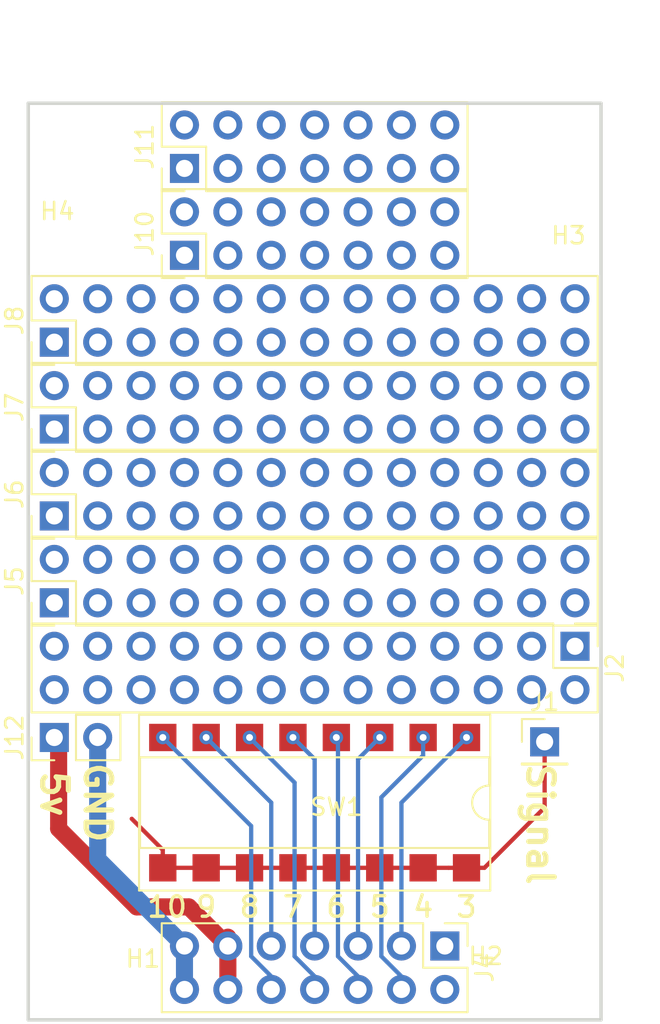
<source format=kicad_pcb>
(kicad_pcb (version 20171130) (host pcbnew 5.0.1-33cea8e~68~ubuntu14.04.1)

  (general
    (thickness 1.6)
    (drawings 15)
    (tracks 47)
    (zones 0)
    (modules 15)
    (nets 176)
  )

  (page A4)
  (layers
    (0 F.Cu signal)
    (31 B.Cu signal)
    (32 B.Adhes user)
    (33 F.Adhes user)
    (34 B.Paste user)
    (35 F.Paste user)
    (36 B.SilkS user)
    (37 F.SilkS user)
    (38 B.Mask user)
    (39 F.Mask user)
    (40 Dwgs.User user)
    (41 Cmts.User user)
    (42 Eco1.User user)
    (43 Eco2.User user)
    (44 Edge.Cuts user)
    (45 Margin user)
    (46 B.CrtYd user)
    (47 F.CrtYd user)
    (48 B.Fab user)
    (49 F.Fab user)
  )

  (setup
    (last_trace_width 0.25)
    (user_trace_width 1)
    (user_trace_width 4)
    (user_trace_width 5)
    (trace_clearance 0.2)
    (zone_clearance 0.25)
    (zone_45_only no)
    (trace_min 0.2)
    (segment_width 0.2)
    (edge_width 0.1)
    (via_size 0.8)
    (via_drill 0.4)
    (via_min_size 0.4)
    (via_min_drill 0.3)
    (uvia_size 0.3)
    (uvia_drill 0.1)
    (uvias_allowed no)
    (uvia_min_size 0.2)
    (uvia_min_drill 0.1)
    (pcb_text_width 0.3)
    (pcb_text_size 1.5 1.5)
    (mod_edge_width 0.15)
    (mod_text_size 1 1)
    (mod_text_width 0.15)
    (pad_size 1.5 1.5)
    (pad_drill 0.6)
    (pad_to_mask_clearance 0)
    (solder_mask_min_width 0.25)
    (aux_axis_origin 0 0)
    (visible_elements FFFFFF7F)
    (pcbplotparams
      (layerselection 0x010fc_ffffffff)
      (usegerberextensions false)
      (usegerberattributes false)
      (usegerberadvancedattributes false)
      (creategerberjobfile false)
      (excludeedgelayer true)
      (linewidth 0.100000)
      (plotframeref false)
      (viasonmask false)
      (mode 1)
      (useauxorigin false)
      (hpglpennumber 1)
      (hpglpenspeed 20)
      (hpglpendiameter 15.000000)
      (psnegative false)
      (psa4output false)
      (plotreference true)
      (plotvalue true)
      (plotinvisibletext false)
      (padsonsilk false)
      (subtractmaskfromsilk false)
      (outputformat 1)
      (mirror false)
      (drillshape 0)
      (scaleselection 1)
      (outputdirectory ""))
  )

  (net 0 "")
  (net 1 "Net-(H1-Pad1)")
  (net 2 "Net-(H2-Pad1)")
  (net 3 "Net-(H3-Pad1)")
  (net 4 "Net-(H4-Pad1)")
  (net 5 bus13)
  (net 6 bus1)
  (net 7 bus2)
  (net 8 bus3)
  (net 9 bus4)
  (net 10 bus5)
  (net 11 bus6)
  (net 12 bus7)
  (net 13 bus8)
  (net 14 bus9)
  (net 15 bus10)
  (net 16 bus11)
  (net 17 signal)
  (net 18 "Net-(J2-Pad1)")
  (net 19 "Net-(J2-Pad2)")
  (net 20 "Net-(J2-Pad3)")
  (net 21 "Net-(J2-Pad4)")
  (net 22 "Net-(J2-Pad5)")
  (net 23 "Net-(J2-Pad6)")
  (net 24 "Net-(J2-Pad7)")
  (net 25 "Net-(J2-Pad8)")
  (net 26 "Net-(J2-Pad9)")
  (net 27 "Net-(J2-Pad10)")
  (net 28 "Net-(J2-Pad11)")
  (net 29 "Net-(J2-Pad12)")
  (net 30 "Net-(J2-Pad13)")
  (net 31 "Net-(J2-Pad14)")
  (net 32 "Net-(J2-Pad15)")
  (net 33 "Net-(J2-Pad16)")
  (net 34 "Net-(J2-Pad17)")
  (net 35 "Net-(J2-Pad18)")
  (net 36 "Net-(J2-Pad19)")
  (net 37 "Net-(J2-Pad20)")
  (net 38 "Net-(J2-Pad21)")
  (net 39 "Net-(J2-Pad22)")
  (net 40 "Net-(J2-Pad23)")
  (net 41 "Net-(J2-Pad24)")
  (net 42 "Net-(J2-Pad25)")
  (net 43 "Net-(J2-Pad26)")
  (net 44 "Net-(J5-Pad1)")
  (net 45 "Net-(J5-Pad2)")
  (net 46 "Net-(J5-Pad3)")
  (net 47 "Net-(J5-Pad4)")
  (net 48 "Net-(J5-Pad5)")
  (net 49 "Net-(J5-Pad6)")
  (net 50 "Net-(J5-Pad7)")
  (net 51 "Net-(J5-Pad8)")
  (net 52 "Net-(J5-Pad9)")
  (net 53 "Net-(J5-Pad10)")
  (net 54 "Net-(J5-Pad11)")
  (net 55 "Net-(J5-Pad12)")
  (net 56 "Net-(J5-Pad13)")
  (net 57 "Net-(J5-Pad14)")
  (net 58 "Net-(J5-Pad15)")
  (net 59 "Net-(J5-Pad16)")
  (net 60 "Net-(J5-Pad17)")
  (net 61 "Net-(J5-Pad18)")
  (net 62 "Net-(J5-Pad19)")
  (net 63 "Net-(J5-Pad20)")
  (net 64 "Net-(J5-Pad21)")
  (net 65 "Net-(J5-Pad22)")
  (net 66 "Net-(J5-Pad23)")
  (net 67 "Net-(J5-Pad24)")
  (net 68 "Net-(J5-Pad25)")
  (net 69 "Net-(J5-Pad26)")
  (net 70 "Net-(J6-Pad26)")
  (net 71 "Net-(J6-Pad25)")
  (net 72 "Net-(J6-Pad24)")
  (net 73 "Net-(J6-Pad23)")
  (net 74 "Net-(J6-Pad22)")
  (net 75 "Net-(J6-Pad21)")
  (net 76 "Net-(J6-Pad20)")
  (net 77 "Net-(J6-Pad19)")
  (net 78 "Net-(J6-Pad18)")
  (net 79 "Net-(J6-Pad17)")
  (net 80 "Net-(J6-Pad16)")
  (net 81 "Net-(J6-Pad15)")
  (net 82 "Net-(J6-Pad14)")
  (net 83 "Net-(J6-Pad13)")
  (net 84 "Net-(J6-Pad12)")
  (net 85 "Net-(J6-Pad11)")
  (net 86 "Net-(J6-Pad10)")
  (net 87 "Net-(J6-Pad9)")
  (net 88 "Net-(J6-Pad8)")
  (net 89 "Net-(J6-Pad7)")
  (net 90 "Net-(J6-Pad6)")
  (net 91 "Net-(J6-Pad5)")
  (net 92 "Net-(J6-Pad4)")
  (net 93 "Net-(J6-Pad3)")
  (net 94 "Net-(J6-Pad2)")
  (net 95 "Net-(J6-Pad1)")
  (net 96 "Net-(J7-Pad1)")
  (net 97 "Net-(J7-Pad2)")
  (net 98 "Net-(J7-Pad3)")
  (net 99 "Net-(J7-Pad4)")
  (net 100 "Net-(J7-Pad5)")
  (net 101 "Net-(J7-Pad6)")
  (net 102 "Net-(J7-Pad7)")
  (net 103 "Net-(J7-Pad8)")
  (net 104 "Net-(J7-Pad9)")
  (net 105 "Net-(J7-Pad10)")
  (net 106 "Net-(J7-Pad11)")
  (net 107 "Net-(J7-Pad12)")
  (net 108 "Net-(J7-Pad13)")
  (net 109 "Net-(J7-Pad14)")
  (net 110 "Net-(J7-Pad15)")
  (net 111 "Net-(J7-Pad16)")
  (net 112 "Net-(J7-Pad17)")
  (net 113 "Net-(J7-Pad18)")
  (net 114 "Net-(J7-Pad19)")
  (net 115 "Net-(J7-Pad20)")
  (net 116 "Net-(J7-Pad21)")
  (net 117 "Net-(J7-Pad22)")
  (net 118 "Net-(J7-Pad23)")
  (net 119 "Net-(J7-Pad24)")
  (net 120 "Net-(J7-Pad25)")
  (net 121 "Net-(J7-Pad26)")
  (net 122 "Net-(J8-Pad1)")
  (net 123 "Net-(J8-Pad2)")
  (net 124 "Net-(J8-Pad3)")
  (net 125 "Net-(J8-Pad4)")
  (net 126 "Net-(J8-Pad5)")
  (net 127 "Net-(J8-Pad6)")
  (net 128 "Net-(J8-Pad7)")
  (net 129 "Net-(J8-Pad8)")
  (net 130 "Net-(J8-Pad9)")
  (net 131 "Net-(J8-Pad10)")
  (net 132 "Net-(J8-Pad11)")
  (net 133 "Net-(J8-Pad12)")
  (net 134 "Net-(J8-Pad13)")
  (net 135 "Net-(J8-Pad14)")
  (net 136 "Net-(J8-Pad15)")
  (net 137 "Net-(J8-Pad16)")
  (net 138 "Net-(J8-Pad17)")
  (net 139 "Net-(J8-Pad18)")
  (net 140 "Net-(J8-Pad19)")
  (net 141 "Net-(J8-Pad20)")
  (net 142 "Net-(J8-Pad21)")
  (net 143 "Net-(J8-Pad22)")
  (net 144 "Net-(J8-Pad23)")
  (net 145 "Net-(J8-Pad24)")
  (net 146 "Net-(J8-Pad25)")
  (net 147 "Net-(J8-Pad26)")
  (net 148 "Net-(J10-Pad1)")
  (net 149 "Net-(J10-Pad2)")
  (net 150 "Net-(J10-Pad3)")
  (net 151 "Net-(J10-Pad4)")
  (net 152 "Net-(J10-Pad5)")
  (net 153 "Net-(J10-Pad6)")
  (net 154 "Net-(J10-Pad7)")
  (net 155 "Net-(J10-Pad8)")
  (net 156 "Net-(J10-Pad9)")
  (net 157 "Net-(J10-Pad10)")
  (net 158 "Net-(J10-Pad11)")
  (net 159 "Net-(J10-Pad12)")
  (net 160 "Net-(J10-Pad13)")
  (net 161 "Net-(J10-Pad14)")
  (net 162 "Net-(J11-Pad1)")
  (net 163 "Net-(J11-Pad2)")
  (net 164 "Net-(J11-Pad3)")
  (net 165 "Net-(J11-Pad4)")
  (net 166 "Net-(J11-Pad5)")
  (net 167 "Net-(J11-Pad6)")
  (net 168 "Net-(J11-Pad7)")
  (net 169 "Net-(J11-Pad8)")
  (net 170 "Net-(J11-Pad9)")
  (net 171 "Net-(J11-Pad10)")
  (net 172 "Net-(J11-Pad11)")
  (net 173 "Net-(J11-Pad12)")
  (net 174 "Net-(J11-Pad13)")
  (net 175 "Net-(J11-Pad14)")

  (net_class Default "This is the default net class."
    (clearance 0.2)
    (trace_width 0.25)
    (via_dia 0.8)
    (via_drill 0.4)
    (uvia_dia 0.3)
    (uvia_drill 0.1)
    (add_net "Net-(H1-Pad1)")
    (add_net "Net-(H2-Pad1)")
    (add_net "Net-(H3-Pad1)")
    (add_net "Net-(H4-Pad1)")
    (add_net "Net-(J10-Pad1)")
    (add_net "Net-(J10-Pad10)")
    (add_net "Net-(J10-Pad11)")
    (add_net "Net-(J10-Pad12)")
    (add_net "Net-(J10-Pad13)")
    (add_net "Net-(J10-Pad14)")
    (add_net "Net-(J10-Pad2)")
    (add_net "Net-(J10-Pad3)")
    (add_net "Net-(J10-Pad4)")
    (add_net "Net-(J10-Pad5)")
    (add_net "Net-(J10-Pad6)")
    (add_net "Net-(J10-Pad7)")
    (add_net "Net-(J10-Pad8)")
    (add_net "Net-(J10-Pad9)")
    (add_net "Net-(J11-Pad1)")
    (add_net "Net-(J11-Pad10)")
    (add_net "Net-(J11-Pad11)")
    (add_net "Net-(J11-Pad12)")
    (add_net "Net-(J11-Pad13)")
    (add_net "Net-(J11-Pad14)")
    (add_net "Net-(J11-Pad2)")
    (add_net "Net-(J11-Pad3)")
    (add_net "Net-(J11-Pad4)")
    (add_net "Net-(J11-Pad5)")
    (add_net "Net-(J11-Pad6)")
    (add_net "Net-(J11-Pad7)")
    (add_net "Net-(J11-Pad8)")
    (add_net "Net-(J11-Pad9)")
    (add_net "Net-(J2-Pad1)")
    (add_net "Net-(J2-Pad10)")
    (add_net "Net-(J2-Pad11)")
    (add_net "Net-(J2-Pad12)")
    (add_net "Net-(J2-Pad13)")
    (add_net "Net-(J2-Pad14)")
    (add_net "Net-(J2-Pad15)")
    (add_net "Net-(J2-Pad16)")
    (add_net "Net-(J2-Pad17)")
    (add_net "Net-(J2-Pad18)")
    (add_net "Net-(J2-Pad19)")
    (add_net "Net-(J2-Pad2)")
    (add_net "Net-(J2-Pad20)")
    (add_net "Net-(J2-Pad21)")
    (add_net "Net-(J2-Pad22)")
    (add_net "Net-(J2-Pad23)")
    (add_net "Net-(J2-Pad24)")
    (add_net "Net-(J2-Pad25)")
    (add_net "Net-(J2-Pad26)")
    (add_net "Net-(J2-Pad3)")
    (add_net "Net-(J2-Pad4)")
    (add_net "Net-(J2-Pad5)")
    (add_net "Net-(J2-Pad6)")
    (add_net "Net-(J2-Pad7)")
    (add_net "Net-(J2-Pad8)")
    (add_net "Net-(J2-Pad9)")
    (add_net "Net-(J5-Pad1)")
    (add_net "Net-(J5-Pad10)")
    (add_net "Net-(J5-Pad11)")
    (add_net "Net-(J5-Pad12)")
    (add_net "Net-(J5-Pad13)")
    (add_net "Net-(J5-Pad14)")
    (add_net "Net-(J5-Pad15)")
    (add_net "Net-(J5-Pad16)")
    (add_net "Net-(J5-Pad17)")
    (add_net "Net-(J5-Pad18)")
    (add_net "Net-(J5-Pad19)")
    (add_net "Net-(J5-Pad2)")
    (add_net "Net-(J5-Pad20)")
    (add_net "Net-(J5-Pad21)")
    (add_net "Net-(J5-Pad22)")
    (add_net "Net-(J5-Pad23)")
    (add_net "Net-(J5-Pad24)")
    (add_net "Net-(J5-Pad25)")
    (add_net "Net-(J5-Pad26)")
    (add_net "Net-(J5-Pad3)")
    (add_net "Net-(J5-Pad4)")
    (add_net "Net-(J5-Pad5)")
    (add_net "Net-(J5-Pad6)")
    (add_net "Net-(J5-Pad7)")
    (add_net "Net-(J5-Pad8)")
    (add_net "Net-(J5-Pad9)")
    (add_net "Net-(J6-Pad1)")
    (add_net "Net-(J6-Pad10)")
    (add_net "Net-(J6-Pad11)")
    (add_net "Net-(J6-Pad12)")
    (add_net "Net-(J6-Pad13)")
    (add_net "Net-(J6-Pad14)")
    (add_net "Net-(J6-Pad15)")
    (add_net "Net-(J6-Pad16)")
    (add_net "Net-(J6-Pad17)")
    (add_net "Net-(J6-Pad18)")
    (add_net "Net-(J6-Pad19)")
    (add_net "Net-(J6-Pad2)")
    (add_net "Net-(J6-Pad20)")
    (add_net "Net-(J6-Pad21)")
    (add_net "Net-(J6-Pad22)")
    (add_net "Net-(J6-Pad23)")
    (add_net "Net-(J6-Pad24)")
    (add_net "Net-(J6-Pad25)")
    (add_net "Net-(J6-Pad26)")
    (add_net "Net-(J6-Pad3)")
    (add_net "Net-(J6-Pad4)")
    (add_net "Net-(J6-Pad5)")
    (add_net "Net-(J6-Pad6)")
    (add_net "Net-(J6-Pad7)")
    (add_net "Net-(J6-Pad8)")
    (add_net "Net-(J6-Pad9)")
    (add_net "Net-(J7-Pad1)")
    (add_net "Net-(J7-Pad10)")
    (add_net "Net-(J7-Pad11)")
    (add_net "Net-(J7-Pad12)")
    (add_net "Net-(J7-Pad13)")
    (add_net "Net-(J7-Pad14)")
    (add_net "Net-(J7-Pad15)")
    (add_net "Net-(J7-Pad16)")
    (add_net "Net-(J7-Pad17)")
    (add_net "Net-(J7-Pad18)")
    (add_net "Net-(J7-Pad19)")
    (add_net "Net-(J7-Pad2)")
    (add_net "Net-(J7-Pad20)")
    (add_net "Net-(J7-Pad21)")
    (add_net "Net-(J7-Pad22)")
    (add_net "Net-(J7-Pad23)")
    (add_net "Net-(J7-Pad24)")
    (add_net "Net-(J7-Pad25)")
    (add_net "Net-(J7-Pad26)")
    (add_net "Net-(J7-Pad3)")
    (add_net "Net-(J7-Pad4)")
    (add_net "Net-(J7-Pad5)")
    (add_net "Net-(J7-Pad6)")
    (add_net "Net-(J7-Pad7)")
    (add_net "Net-(J7-Pad8)")
    (add_net "Net-(J7-Pad9)")
    (add_net "Net-(J8-Pad1)")
    (add_net "Net-(J8-Pad10)")
    (add_net "Net-(J8-Pad11)")
    (add_net "Net-(J8-Pad12)")
    (add_net "Net-(J8-Pad13)")
    (add_net "Net-(J8-Pad14)")
    (add_net "Net-(J8-Pad15)")
    (add_net "Net-(J8-Pad16)")
    (add_net "Net-(J8-Pad17)")
    (add_net "Net-(J8-Pad18)")
    (add_net "Net-(J8-Pad19)")
    (add_net "Net-(J8-Pad2)")
    (add_net "Net-(J8-Pad20)")
    (add_net "Net-(J8-Pad21)")
    (add_net "Net-(J8-Pad22)")
    (add_net "Net-(J8-Pad23)")
    (add_net "Net-(J8-Pad24)")
    (add_net "Net-(J8-Pad25)")
    (add_net "Net-(J8-Pad26)")
    (add_net "Net-(J8-Pad3)")
    (add_net "Net-(J8-Pad4)")
    (add_net "Net-(J8-Pad5)")
    (add_net "Net-(J8-Pad6)")
    (add_net "Net-(J8-Pad7)")
    (add_net "Net-(J8-Pad8)")
    (add_net "Net-(J8-Pad9)")
    (add_net bus1)
    (add_net bus10)
    (add_net bus11)
    (add_net bus13)
    (add_net bus2)
    (add_net bus3)
    (add_net bus4)
    (add_net bus5)
    (add_net bus6)
    (add_net bus7)
    (add_net bus8)
    (add_net bus9)
    (add_net signal)
  )

  (module MountingHole:MountingHole_3.2mm_M3 (layer F.Cu) (tedit 56D1B4CB) (tstamp 5C0C863A)
    (at 87.376 107.696)
    (descr "Mounting Hole 3.2mm, no annular, M3")
    (tags "mounting hole 3.2mm no annular m3")
    (path /5BE1572A)
    (attr virtual)
    (fp_text reference H1 (at 2.89814 0.23622) (layer F.SilkS)
      (effects (font (size 1 1) (thickness 0.15)))
    )
    (fp_text value MountingHole_Pad (at 3.72618 3.21818) (layer F.Fab)
      (effects (font (size 1 1) (thickness 0.15)))
    )
    (fp_text user %R (at 0.3 0) (layer F.Fab)
      (effects (font (size 1 1) (thickness 0.15)))
    )
    (fp_circle (center 0 0) (end 3.2 0) (layer Cmts.User) (width 0.15))
    (fp_circle (center 0 0) (end 3.45 0) (layer F.CrtYd) (width 0.05))
    (pad 1 np_thru_hole circle (at 0 0) (size 3.2 3.2) (drill 3.2) (layers *.Cu *.Mask)
      (net 1 "Net-(H1-Pad1)"))
  )

  (module MountingHole:MountingHole_3.2mm_M3 (layer F.Cu) (tedit 56D1B4CB) (tstamp 5C0C8642)
    (at 113.284 107.442)
    (descr "Mounting Hole 3.2mm, no annular, M3")
    (tags "mounting hole 3.2mm no annular m3")
    (path /5BE164A2)
    (attr virtual)
    (fp_text reference H2 (at -2.93624 0.33528) (layer F.SilkS)
      (effects (font (size 1 1) (thickness 0.15)))
    )
    (fp_text value MountingHole_Pad (at -3.34772 3.02768) (layer F.Fab)
      (effects (font (size 1 1) (thickness 0.15)))
    )
    (fp_circle (center 0 0) (end 3.45 0) (layer F.CrtYd) (width 0.05))
    (fp_circle (center 0 0) (end 3.2 0) (layer Cmts.User) (width 0.15))
    (fp_text user %R (at 0.3 0) (layer F.Fab)
      (effects (font (size 1 1) (thickness 0.15)))
    )
    (pad 1 np_thru_hole circle (at 0 0) (size 3.2 3.2) (drill 3.2) (layers *.Cu *.Mask)
      (net 2 "Net-(H2-Pad1)"))
  )

  (module MountingHole:MountingHole_3.2mm_M3 (layer F.Cu) (tedit 56D1B4CB) (tstamp 5C05206E)
    (at 112.0267 62.6491)
    (descr "Mounting Hole 3.2mm, no annular, M3")
    (tags "mounting hole 3.2mm no annular m3")
    (path /5BE164D6)
    (attr virtual)
    (fp_text reference H3 (at 3.1623 2.99466) (layer F.SilkS)
      (effects (font (size 1 1) (thickness 0.15)))
    )
    (fp_text value MountingHole_Pad (at -2.82194 -2.62382) (layer F.Fab)
      (effects (font (size 1 1) (thickness 0.15)))
    )
    (fp_text user %R (at 0.3 0) (layer F.Fab)
      (effects (font (size 1 1) (thickness 0.15)))
    )
    (fp_circle (center 0 0) (end 3.2 0) (layer Cmts.User) (width 0.15))
    (fp_circle (center 0 0) (end 3.45 0) (layer F.CrtYd) (width 0.05))
    (pad 1 np_thru_hole circle (at 0 0) (size 3.2 3.2) (drill 3.2) (layers *.Cu *.Mask)
      (net 3 "Net-(H3-Pad1)"))
  )

  (module MountingHole:MountingHole_3.2mm_M3 (layer F.Cu) (tedit 56D1B4CB) (tstamp 5C0C8652)
    (at 87.8205 62.8523)
    (descr "Mounting Hole 3.2mm, no annular, M3")
    (tags "mounting hole 3.2mm no annular m3")
    (path /5BE16506)
    (attr virtual)
    (fp_text reference H4 (at -2.5527 1.37414) (layer F.SilkS)
      (effects (font (size 1 1) (thickness 0.15)))
    )
    (fp_text value MountingHole_Pad (at 3.50774 -2.7051) (layer F.Fab)
      (effects (font (size 1 1) (thickness 0.15)))
    )
    (fp_circle (center 0 0) (end 3.45 0) (layer F.CrtYd) (width 0.05))
    (fp_circle (center 0 0) (end 3.2 0) (layer Cmts.User) (width 0.15))
    (fp_text user %R (at 0.3 0) (layer F.Fab)
      (effects (font (size 1 1) (thickness 0.15)))
    )
    (pad 1 np_thru_hole circle (at 0 0) (size 3.2 3.2) (drill 3.2) (layers *.Cu *.Mask)
      (net 4 "Net-(H4-Pad1)"))
  )

  (module Connector_PinHeader_2.54mm:PinHeader_2x07_P2.54mm_Vertical (layer F.Cu) (tedit 59FED5CC) (tstamp 5BF89882)
    (at 107.95 107.188 270)
    (descr "Through hole straight pin header, 2x07, 2.54mm pitch, double rows")
    (tags "Through hole pin header THT 2x07 2.54mm double row")
    (path /5BFC86A1)
    (fp_text reference J4 (at 1.27 -2.33 270) (layer F.SilkS)
      (effects (font (size 1 1) (thickness 0.15)))
    )
    (fp_text value BUS (at 1.27 17.57 270) (layer F.Fab)
      (effects (font (size 1 1) (thickness 0.15)))
    )
    (fp_line (start 0 -1.27) (end 3.81 -1.27) (layer F.Fab) (width 0.1))
    (fp_line (start 3.81 -1.27) (end 3.81 16.51) (layer F.Fab) (width 0.1))
    (fp_line (start 3.81 16.51) (end -1.27 16.51) (layer F.Fab) (width 0.1))
    (fp_line (start -1.27 16.51) (end -1.27 0) (layer F.Fab) (width 0.1))
    (fp_line (start -1.27 0) (end 0 -1.27) (layer F.Fab) (width 0.1))
    (fp_line (start -1.33 16.57) (end 3.87 16.57) (layer F.SilkS) (width 0.12))
    (fp_line (start -1.33 1.27) (end -1.33 16.57) (layer F.SilkS) (width 0.12))
    (fp_line (start 3.87 -1.33) (end 3.87 16.57) (layer F.SilkS) (width 0.12))
    (fp_line (start -1.33 1.27) (end 1.27 1.27) (layer F.SilkS) (width 0.12))
    (fp_line (start 1.27 1.27) (end 1.27 -1.33) (layer F.SilkS) (width 0.12))
    (fp_line (start 1.27 -1.33) (end 3.87 -1.33) (layer F.SilkS) (width 0.12))
    (fp_line (start -1.33 0) (end -1.33 -1.33) (layer F.SilkS) (width 0.12))
    (fp_line (start -1.33 -1.33) (end 0 -1.33) (layer F.SilkS) (width 0.12))
    (fp_line (start -1.8 -1.8) (end -1.8 17.05) (layer F.CrtYd) (width 0.05))
    (fp_line (start -1.8 17.05) (end 4.35 17.05) (layer F.CrtYd) (width 0.05))
    (fp_line (start 4.35 17.05) (end 4.35 -1.8) (layer F.CrtYd) (width 0.05))
    (fp_line (start 4.35 -1.8) (end -1.8 -1.8) (layer F.CrtYd) (width 0.05))
    (fp_text user %R (at 1.27 7.62) (layer F.Fab)
      (effects (font (size 1 1) (thickness 0.15)))
    )
    (pad 1 thru_hole rect (at 0 0 270) (size 1.7 1.7) (drill 1) (layers *.Cu *.Mask)
      (net 6 bus1))
    (pad 2 thru_hole oval (at 2.54 0 270) (size 1.7 1.7) (drill 1) (layers *.Cu *.Mask)
      (net 7 bus2))
    (pad 3 thru_hole oval (at 0 2.54 270) (size 1.7 1.7) (drill 1) (layers *.Cu *.Mask)
      (net 8 bus3))
    (pad 4 thru_hole oval (at 2.54 2.54 270) (size 1.7 1.7) (drill 1) (layers *.Cu *.Mask)
      (net 9 bus4))
    (pad 5 thru_hole oval (at 0 5.08 270) (size 1.7 1.7) (drill 1) (layers *.Cu *.Mask)
      (net 10 bus5))
    (pad 6 thru_hole oval (at 2.54 5.08 270) (size 1.7 1.7) (drill 1) (layers *.Cu *.Mask)
      (net 11 bus6))
    (pad 7 thru_hole oval (at 0 7.62 270) (size 1.7 1.7) (drill 1) (layers *.Cu *.Mask)
      (net 12 bus7))
    (pad 8 thru_hole oval (at 2.54 7.62 270) (size 1.7 1.7) (drill 1) (layers *.Cu *.Mask)
      (net 13 bus8))
    (pad 9 thru_hole oval (at 0 10.16 270) (size 1.7 1.7) (drill 1) (layers *.Cu *.Mask)
      (net 14 bus9))
    (pad 10 thru_hole oval (at 2.54 10.16 270) (size 1.7 1.7) (drill 1) (layers *.Cu *.Mask)
      (net 15 bus10))
    (pad 11 thru_hole oval (at 0 12.7 270) (size 1.7 1.7) (drill 1) (layers *.Cu *.Mask)
      (net 16 bus11))
    (pad 12 thru_hole oval (at 2.54 12.7 270) (size 1.7 1.7) (drill 1) (layers *.Cu *.Mask)
      (net 16 bus11))
    (pad 13 thru_hole oval (at 0 15.24 270) (size 1.7 1.7) (drill 1) (layers *.Cu *.Mask)
      (net 5 bus13))
    (pad 14 thru_hole oval (at 2.54 15.24 270) (size 1.7 1.7) (drill 1) (layers *.Cu *.Mask)
      (net 5 bus13))
    (model ${KISYS3DMOD}/Connector_PinHeader_2.54mm.3dshapes/PinHeader_2x07_P2.54mm_Vertical.wrl
      (at (xyz 0 0 0))
      (scale (xyz 1 1 1))
      (rotate (xyz 0 0 0))
    )
  )

  (module Package_DIP:DIP-16_W7.62mm_SMDSocket_SmallPads (layer F.Cu) (tedit 5A02E8C5) (tstamp 5C1CC872)
    (at 100.33 98.806 270)
    (descr "16-lead though-hole mounted DIP package, row spacing 7.62 mm (300 mils), SMDSocket, SmallPads")
    (tags "THT DIP DIL PDIP 2.54mm 7.62mm 300mil SMDSocket SmallPads")
    (path /5BFDB299)
    (attr smd)
    (fp_text reference SW1 (at 0.254 -1.27) (layer F.SilkS)
      (effects (font (size 1 1) (thickness 0.15)))
    )
    (fp_text value SW_DIP_x08 (at 0 11.22 270) (layer F.Fab)
      (effects (font (size 1 1) (thickness 0.15)))
    )
    (fp_arc (start 0 -10.22) (end -1 -10.22) (angle -180) (layer F.SilkS) (width 0.12))
    (fp_line (start -2.175 -10.16) (end 3.175 -10.16) (layer F.Fab) (width 0.1))
    (fp_line (start 3.175 -10.16) (end 3.175 10.16) (layer F.Fab) (width 0.1))
    (fp_line (start 3.175 10.16) (end -3.175 10.16) (layer F.Fab) (width 0.1))
    (fp_line (start -3.175 10.16) (end -3.175 -9.16) (layer F.Fab) (width 0.1))
    (fp_line (start -3.175 -9.16) (end -2.175 -10.16) (layer F.Fab) (width 0.1))
    (fp_line (start -5.08 -10.22) (end -5.08 10.22) (layer F.Fab) (width 0.1))
    (fp_line (start -5.08 10.22) (end 5.08 10.22) (layer F.Fab) (width 0.1))
    (fp_line (start 5.08 10.22) (end 5.08 -10.22) (layer F.Fab) (width 0.1))
    (fp_line (start 5.08 -10.22) (end -5.08 -10.22) (layer F.Fab) (width 0.1))
    (fp_line (start -1 -10.22) (end -2.65 -10.22) (layer F.SilkS) (width 0.12))
    (fp_line (start -2.65 -10.22) (end -2.65 10.22) (layer F.SilkS) (width 0.12))
    (fp_line (start -2.65 10.22) (end 2.65 10.22) (layer F.SilkS) (width 0.12))
    (fp_line (start 2.65 10.22) (end 2.65 -10.22) (layer F.SilkS) (width 0.12))
    (fp_line (start 2.65 -10.22) (end 1 -10.22) (layer F.SilkS) (width 0.12))
    (fp_line (start -5.14 -10.28) (end -5.14 10.28) (layer F.SilkS) (width 0.12))
    (fp_line (start -5.14 10.28) (end 5.14 10.28) (layer F.SilkS) (width 0.12))
    (fp_line (start 5.14 10.28) (end 5.14 -10.28) (layer F.SilkS) (width 0.12))
    (fp_line (start 5.14 -10.28) (end -5.14 -10.28) (layer F.SilkS) (width 0.12))
    (fp_line (start -5.35 -10.5) (end -5.35 10.5) (layer F.CrtYd) (width 0.05))
    (fp_line (start -5.35 10.5) (end 5.35 10.5) (layer F.CrtYd) (width 0.05))
    (fp_line (start 5.35 10.5) (end 5.35 -10.5) (layer F.CrtYd) (width 0.05))
    (fp_line (start 5.35 -10.5) (end -5.35 -10.5) (layer F.CrtYd) (width 0.05))
    (fp_text user %R (at 0 0 270) (layer F.Fab)
      (effects (font (size 1 1) (thickness 0.15)))
    )
    (pad 1 smd rect (at -3.81 -8.89 270) (size 1.6 1.6) (layers F.Cu F.Paste F.Mask)
      (net 8 bus3))
    (pad 9 smd rect (at 3.81 8.89 270) (size 1.6 1.6) (layers F.Cu F.Paste F.Mask)
      (net 17 signal))
    (pad 2 smd rect (at -3.81 -6.35 270) (size 1.6 1.6) (layers F.Cu F.Paste F.Mask)
      (net 9 bus4))
    (pad 10 smd rect (at 3.81 6.35 270) (size 1.6 1.6) (layers F.Cu F.Paste F.Mask)
      (net 17 signal))
    (pad 3 smd rect (at -3.81 -3.81 270) (size 1.6 1.6) (layers F.Cu F.Paste F.Mask)
      (net 10 bus5))
    (pad 11 smd rect (at 3.81 3.81 270) (size 1.6 1.6) (layers F.Cu F.Paste F.Mask)
      (net 17 signal))
    (pad 4 smd rect (at -3.81 -1.27 270) (size 1.6 1.6) (layers F.Cu F.Paste F.Mask)
      (net 11 bus6))
    (pad 12 smd rect (at 3.81 1.27 270) (size 1.6 1.6) (layers F.Cu F.Paste F.Mask)
      (net 17 signal))
    (pad 5 smd rect (at -3.81 1.27 270) (size 1.6 1.6) (layers F.Cu F.Paste F.Mask)
      (net 12 bus7))
    (pad 13 smd rect (at 3.81 -1.27 270) (size 1.6 1.6) (layers F.Cu F.Paste F.Mask)
      (net 17 signal))
    (pad 6 smd rect (at -3.81 3.81 270) (size 1.6 1.6) (layers F.Cu F.Paste F.Mask)
      (net 13 bus8))
    (pad 14 smd rect (at 3.81 -3.81 270) (size 1.6 1.6) (layers F.Cu F.Paste F.Mask)
      (net 17 signal))
    (pad 7 smd rect (at -3.81 6.35 270) (size 1.6 1.6) (layers F.Cu F.Paste F.Mask)
      (net 14 bus9))
    (pad 15 smd rect (at 3.81 -6.35 270) (size 1.6 1.6) (layers F.Cu F.Paste F.Mask)
      (net 17 signal))
    (pad 8 smd rect (at -3.81 8.89 270) (size 1.6 1.6) (layers F.Cu F.Paste F.Mask)
      (net 15 bus10))
    (pad 16 smd rect (at 3.81 -8.89 270) (size 1.6 1.6) (layers F.Cu F.Paste F.Mask)
      (net 17 signal))
    (model ${KISYS3DMOD}/Package_DIP.3dshapes/DIP-16_W7.62mm_SMDSocket.wrl
      (at (xyz 0 0 0))
      (scale (xyz 1 1 1))
      (rotate (xyz 0 0 0))
    )
  )

  (module Connector_PinHeader_2.54mm:PinHeader_2x13_P2.54mm_Vertical (layer F.Cu) (tedit 59FED5CC) (tstamp 5C050EC6)
    (at 115.57 89.662 270)
    (descr "Through hole straight pin header, 2x13, 2.54mm pitch, double rows")
    (tags "Through hole pin header THT 2x13 2.54mm double row")
    (path /5BF8ED1B)
    (fp_text reference J2 (at 1.27 -2.33 270) (layer F.SilkS)
      (effects (font (size 1 1) (thickness 0.15)))
    )
    (fp_text value Conn_02x13_Odd_Even (at 1.27 32.81 270) (layer F.Fab)
      (effects (font (size 1 1) (thickness 0.15)))
    )
    (fp_line (start 0 -1.27) (end 3.81 -1.27) (layer F.Fab) (width 0.1))
    (fp_line (start 3.81 -1.27) (end 3.81 31.75) (layer F.Fab) (width 0.1))
    (fp_line (start 3.81 31.75) (end -1.27 31.75) (layer F.Fab) (width 0.1))
    (fp_line (start -1.27 31.75) (end -1.27 0) (layer F.Fab) (width 0.1))
    (fp_line (start -1.27 0) (end 0 -1.27) (layer F.Fab) (width 0.1))
    (fp_line (start -1.33 31.81) (end 3.87 31.81) (layer F.SilkS) (width 0.12))
    (fp_line (start -1.33 1.27) (end -1.33 31.81) (layer F.SilkS) (width 0.12))
    (fp_line (start 3.87 -1.33) (end 3.87 31.81) (layer F.SilkS) (width 0.12))
    (fp_line (start -1.33 1.27) (end 1.27 1.27) (layer F.SilkS) (width 0.12))
    (fp_line (start 1.27 1.27) (end 1.27 -1.33) (layer F.SilkS) (width 0.12))
    (fp_line (start 1.27 -1.33) (end 3.87 -1.33) (layer F.SilkS) (width 0.12))
    (fp_line (start -1.33 0) (end -1.33 -1.33) (layer F.SilkS) (width 0.12))
    (fp_line (start -1.33 -1.33) (end 0 -1.33) (layer F.SilkS) (width 0.12))
    (fp_line (start -1.8 -1.8) (end -1.8 32.25) (layer F.CrtYd) (width 0.05))
    (fp_line (start -1.8 32.25) (end 4.35 32.25) (layer F.CrtYd) (width 0.05))
    (fp_line (start 4.35 32.25) (end 4.35 -1.8) (layer F.CrtYd) (width 0.05))
    (fp_line (start 4.35 -1.8) (end -1.8 -1.8) (layer F.CrtYd) (width 0.05))
    (fp_text user %R (at 1.27 15.24) (layer F.Fab)
      (effects (font (size 1 1) (thickness 0.15)))
    )
    (pad 1 thru_hole rect (at 0 0 270) (size 1.7 1.7) (drill 1) (layers *.Cu *.Mask)
      (net 18 "Net-(J2-Pad1)"))
    (pad 2 thru_hole oval (at 2.54 0 270) (size 1.7 1.7) (drill 1) (layers *.Cu *.Mask)
      (net 19 "Net-(J2-Pad2)"))
    (pad 3 thru_hole oval (at 0 2.54 270) (size 1.7 1.7) (drill 1) (layers *.Cu *.Mask)
      (net 20 "Net-(J2-Pad3)"))
    (pad 4 thru_hole oval (at 2.54 2.54 270) (size 1.7 1.7) (drill 1) (layers *.Cu *.Mask)
      (net 21 "Net-(J2-Pad4)"))
    (pad 5 thru_hole oval (at 0 5.08 270) (size 1.7 1.7) (drill 1) (layers *.Cu *.Mask)
      (net 22 "Net-(J2-Pad5)"))
    (pad 6 thru_hole oval (at 2.54 5.08 270) (size 1.7 1.7) (drill 1) (layers *.Cu *.Mask)
      (net 23 "Net-(J2-Pad6)"))
    (pad 7 thru_hole oval (at 0 7.62 270) (size 1.7 1.7) (drill 1) (layers *.Cu *.Mask)
      (net 24 "Net-(J2-Pad7)"))
    (pad 8 thru_hole oval (at 2.54 7.62 270) (size 1.7 1.7) (drill 1) (layers *.Cu *.Mask)
      (net 25 "Net-(J2-Pad8)"))
    (pad 9 thru_hole oval (at 0 10.16 270) (size 1.7 1.7) (drill 1) (layers *.Cu *.Mask)
      (net 26 "Net-(J2-Pad9)"))
    (pad 10 thru_hole oval (at 2.54 10.16 270) (size 1.7 1.7) (drill 1) (layers *.Cu *.Mask)
      (net 27 "Net-(J2-Pad10)"))
    (pad 11 thru_hole oval (at 0 12.7 270) (size 1.7 1.7) (drill 1) (layers *.Cu *.Mask)
      (net 28 "Net-(J2-Pad11)"))
    (pad 12 thru_hole oval (at 2.54 12.7 270) (size 1.7 1.7) (drill 1) (layers *.Cu *.Mask)
      (net 29 "Net-(J2-Pad12)"))
    (pad 13 thru_hole oval (at 0 15.24 270) (size 1.7 1.7) (drill 1) (layers *.Cu *.Mask)
      (net 30 "Net-(J2-Pad13)"))
    (pad 14 thru_hole oval (at 2.54 15.24 270) (size 1.7 1.7) (drill 1) (layers *.Cu *.Mask)
      (net 31 "Net-(J2-Pad14)"))
    (pad 15 thru_hole oval (at 0 17.78 270) (size 1.7 1.7) (drill 1) (layers *.Cu *.Mask)
      (net 32 "Net-(J2-Pad15)"))
    (pad 16 thru_hole oval (at 2.54 17.78 270) (size 1.7 1.7) (drill 1) (layers *.Cu *.Mask)
      (net 33 "Net-(J2-Pad16)"))
    (pad 17 thru_hole oval (at 0 20.32 270) (size 1.7 1.7) (drill 1) (layers *.Cu *.Mask)
      (net 34 "Net-(J2-Pad17)"))
    (pad 18 thru_hole oval (at 2.54 20.32 270) (size 1.7 1.7) (drill 1) (layers *.Cu *.Mask)
      (net 35 "Net-(J2-Pad18)"))
    (pad 19 thru_hole oval (at 0 22.86 270) (size 1.7 1.7) (drill 1) (layers *.Cu *.Mask)
      (net 36 "Net-(J2-Pad19)"))
    (pad 20 thru_hole oval (at 2.54 22.86 270) (size 1.7 1.7) (drill 1) (layers *.Cu *.Mask)
      (net 37 "Net-(J2-Pad20)"))
    (pad 21 thru_hole oval (at 0 25.4 270) (size 1.7 1.7) (drill 1) (layers *.Cu *.Mask)
      (net 38 "Net-(J2-Pad21)"))
    (pad 22 thru_hole oval (at 2.54 25.4 270) (size 1.7 1.7) (drill 1) (layers *.Cu *.Mask)
      (net 39 "Net-(J2-Pad22)"))
    (pad 23 thru_hole oval (at 0 27.94 270) (size 1.7 1.7) (drill 1) (layers *.Cu *.Mask)
      (net 40 "Net-(J2-Pad23)"))
    (pad 24 thru_hole oval (at 2.54 27.94 270) (size 1.7 1.7) (drill 1) (layers *.Cu *.Mask)
      (net 41 "Net-(J2-Pad24)"))
    (pad 25 thru_hole oval (at 0 30.48 270) (size 1.7 1.7) (drill 1) (layers *.Cu *.Mask)
      (net 42 "Net-(J2-Pad25)"))
    (pad 26 thru_hole oval (at 2.54 30.48 270) (size 1.7 1.7) (drill 1) (layers *.Cu *.Mask)
      (net 43 "Net-(J2-Pad26)"))
    (model ${KISYS3DMOD}/Connector_PinHeader_2.54mm.3dshapes/PinHeader_2x13_P2.54mm_Vertical.wrl
      (at (xyz 0 0 0))
      (scale (xyz 1 1 1))
      (rotate (xyz 0 0 0))
    )
  )

  (module Connector_PinHeader_2.54mm:PinHeader_2x13_P2.54mm_Vertical (layer F.Cu) (tedit 59FED5CC) (tstamp 5C05124F)
    (at 85.09 87.122 90)
    (descr "Through hole straight pin header, 2x13, 2.54mm pitch, double rows")
    (tags "Through hole pin header THT 2x13 2.54mm double row")
    (path /5BF8F2E1)
    (fp_text reference J5 (at 1.27 -2.33 90) (layer F.SilkS)
      (effects (font (size 1 1) (thickness 0.15)))
    )
    (fp_text value Conn_02x13_Odd_Even (at 1.27 32.81 90) (layer F.Fab)
      (effects (font (size 1 1) (thickness 0.15)))
    )
    (fp_line (start 0 -1.27) (end 3.81 -1.27) (layer F.Fab) (width 0.1))
    (fp_line (start 3.81 -1.27) (end 3.81 31.75) (layer F.Fab) (width 0.1))
    (fp_line (start 3.81 31.75) (end -1.27 31.75) (layer F.Fab) (width 0.1))
    (fp_line (start -1.27 31.75) (end -1.27 0) (layer F.Fab) (width 0.1))
    (fp_line (start -1.27 0) (end 0 -1.27) (layer F.Fab) (width 0.1))
    (fp_line (start -1.33 31.81) (end 3.87 31.81) (layer F.SilkS) (width 0.12))
    (fp_line (start -1.33 1.27) (end -1.33 31.81) (layer F.SilkS) (width 0.12))
    (fp_line (start 3.87 -1.33) (end 3.87 31.81) (layer F.SilkS) (width 0.12))
    (fp_line (start -1.33 1.27) (end 1.27 1.27) (layer F.SilkS) (width 0.12))
    (fp_line (start 1.27 1.27) (end 1.27 -1.33) (layer F.SilkS) (width 0.12))
    (fp_line (start 1.27 -1.33) (end 3.87 -1.33) (layer F.SilkS) (width 0.12))
    (fp_line (start -1.33 0) (end -1.33 -1.33) (layer F.SilkS) (width 0.12))
    (fp_line (start -1.33 -1.33) (end 0 -1.33) (layer F.SilkS) (width 0.12))
    (fp_line (start -1.8 -1.8) (end -1.8 32.25) (layer F.CrtYd) (width 0.05))
    (fp_line (start -1.8 32.25) (end 4.35 32.25) (layer F.CrtYd) (width 0.05))
    (fp_line (start 4.35 32.25) (end 4.35 -1.8) (layer F.CrtYd) (width 0.05))
    (fp_line (start 4.35 -1.8) (end -1.8 -1.8) (layer F.CrtYd) (width 0.05))
    (fp_text user %R (at 1.27 15.24 180) (layer F.Fab)
      (effects (font (size 1 1) (thickness 0.15)))
    )
    (pad 1 thru_hole rect (at 0 0 90) (size 1.7 1.7) (drill 1) (layers *.Cu *.Mask)
      (net 44 "Net-(J5-Pad1)"))
    (pad 2 thru_hole oval (at 2.54 0 90) (size 1.7 1.7) (drill 1) (layers *.Cu *.Mask)
      (net 45 "Net-(J5-Pad2)"))
    (pad 3 thru_hole oval (at 0 2.54 90) (size 1.7 1.7) (drill 1) (layers *.Cu *.Mask)
      (net 46 "Net-(J5-Pad3)"))
    (pad 4 thru_hole oval (at 2.54 2.54 90) (size 1.7 1.7) (drill 1) (layers *.Cu *.Mask)
      (net 47 "Net-(J5-Pad4)"))
    (pad 5 thru_hole oval (at 0 5.08 90) (size 1.7 1.7) (drill 1) (layers *.Cu *.Mask)
      (net 48 "Net-(J5-Pad5)"))
    (pad 6 thru_hole oval (at 2.54 5.08 90) (size 1.7 1.7) (drill 1) (layers *.Cu *.Mask)
      (net 49 "Net-(J5-Pad6)"))
    (pad 7 thru_hole oval (at 0 7.62 90) (size 1.7 1.7) (drill 1) (layers *.Cu *.Mask)
      (net 50 "Net-(J5-Pad7)"))
    (pad 8 thru_hole oval (at 2.54 7.62 90) (size 1.7 1.7) (drill 1) (layers *.Cu *.Mask)
      (net 51 "Net-(J5-Pad8)"))
    (pad 9 thru_hole oval (at 0 10.16 90) (size 1.7 1.7) (drill 1) (layers *.Cu *.Mask)
      (net 52 "Net-(J5-Pad9)"))
    (pad 10 thru_hole oval (at 2.54 10.16 90) (size 1.7 1.7) (drill 1) (layers *.Cu *.Mask)
      (net 53 "Net-(J5-Pad10)"))
    (pad 11 thru_hole oval (at 0 12.7 90) (size 1.7 1.7) (drill 1) (layers *.Cu *.Mask)
      (net 54 "Net-(J5-Pad11)"))
    (pad 12 thru_hole oval (at 2.54 12.7 90) (size 1.7 1.7) (drill 1) (layers *.Cu *.Mask)
      (net 55 "Net-(J5-Pad12)"))
    (pad 13 thru_hole oval (at 0 15.24 90) (size 1.7 1.7) (drill 1) (layers *.Cu *.Mask)
      (net 56 "Net-(J5-Pad13)"))
    (pad 14 thru_hole oval (at 2.54 15.24 90) (size 1.7 1.7) (drill 1) (layers *.Cu *.Mask)
      (net 57 "Net-(J5-Pad14)"))
    (pad 15 thru_hole oval (at 0 17.78 90) (size 1.7 1.7) (drill 1) (layers *.Cu *.Mask)
      (net 58 "Net-(J5-Pad15)"))
    (pad 16 thru_hole oval (at 2.54 17.78 90) (size 1.7 1.7) (drill 1) (layers *.Cu *.Mask)
      (net 59 "Net-(J5-Pad16)"))
    (pad 17 thru_hole oval (at 0 20.32 90) (size 1.7 1.7) (drill 1) (layers *.Cu *.Mask)
      (net 60 "Net-(J5-Pad17)"))
    (pad 18 thru_hole oval (at 2.54 20.32 90) (size 1.7 1.7) (drill 1) (layers *.Cu *.Mask)
      (net 61 "Net-(J5-Pad18)"))
    (pad 19 thru_hole oval (at 0 22.86 90) (size 1.7 1.7) (drill 1) (layers *.Cu *.Mask)
      (net 62 "Net-(J5-Pad19)"))
    (pad 20 thru_hole oval (at 2.54 22.86 90) (size 1.7 1.7) (drill 1) (layers *.Cu *.Mask)
      (net 63 "Net-(J5-Pad20)"))
    (pad 21 thru_hole oval (at 0 25.4 90) (size 1.7 1.7) (drill 1) (layers *.Cu *.Mask)
      (net 64 "Net-(J5-Pad21)"))
    (pad 22 thru_hole oval (at 2.54 25.4 90) (size 1.7 1.7) (drill 1) (layers *.Cu *.Mask)
      (net 65 "Net-(J5-Pad22)"))
    (pad 23 thru_hole oval (at 0 27.94 90) (size 1.7 1.7) (drill 1) (layers *.Cu *.Mask)
      (net 66 "Net-(J5-Pad23)"))
    (pad 24 thru_hole oval (at 2.54 27.94 90) (size 1.7 1.7) (drill 1) (layers *.Cu *.Mask)
      (net 67 "Net-(J5-Pad24)"))
    (pad 25 thru_hole oval (at 0 30.48 90) (size 1.7 1.7) (drill 1) (layers *.Cu *.Mask)
      (net 68 "Net-(J5-Pad25)"))
    (pad 26 thru_hole oval (at 2.54 30.48 90) (size 1.7 1.7) (drill 1) (layers *.Cu *.Mask)
      (net 69 "Net-(J5-Pad26)"))
    (model ${KISYS3DMOD}/Connector_PinHeader_2.54mm.3dshapes/PinHeader_2x13_P2.54mm_Vertical.wrl
      (at (xyz 0 0 0))
      (scale (xyz 1 1 1))
      (rotate (xyz 0 0 0))
    )
  )

  (module Connector_PinHeader_2.54mm:PinHeader_2x13_P2.54mm_Vertical (layer F.Cu) (tedit 59FED5CC) (tstamp 5C05127F)
    (at 85.09 82.042 90)
    (descr "Through hole straight pin header, 2x13, 2.54mm pitch, double rows")
    (tags "Through hole pin header THT 2x13 2.54mm double row")
    (path /5BF8F34B)
    (fp_text reference J6 (at 1.27 -2.33 90) (layer F.SilkS)
      (effects (font (size 1 1) (thickness 0.15)))
    )
    (fp_text value Conn_02x13_Odd_Even (at 1.27 32.81 90) (layer F.Fab)
      (effects (font (size 1 1) (thickness 0.15)))
    )
    (fp_text user %R (at 1.27 15.24 180) (layer F.Fab)
      (effects (font (size 1 1) (thickness 0.15)))
    )
    (fp_line (start 4.35 -1.8) (end -1.8 -1.8) (layer F.CrtYd) (width 0.05))
    (fp_line (start 4.35 32.25) (end 4.35 -1.8) (layer F.CrtYd) (width 0.05))
    (fp_line (start -1.8 32.25) (end 4.35 32.25) (layer F.CrtYd) (width 0.05))
    (fp_line (start -1.8 -1.8) (end -1.8 32.25) (layer F.CrtYd) (width 0.05))
    (fp_line (start -1.33 -1.33) (end 0 -1.33) (layer F.SilkS) (width 0.12))
    (fp_line (start -1.33 0) (end -1.33 -1.33) (layer F.SilkS) (width 0.12))
    (fp_line (start 1.27 -1.33) (end 3.87 -1.33) (layer F.SilkS) (width 0.12))
    (fp_line (start 1.27 1.27) (end 1.27 -1.33) (layer F.SilkS) (width 0.12))
    (fp_line (start -1.33 1.27) (end 1.27 1.27) (layer F.SilkS) (width 0.12))
    (fp_line (start 3.87 -1.33) (end 3.87 31.81) (layer F.SilkS) (width 0.12))
    (fp_line (start -1.33 1.27) (end -1.33 31.81) (layer F.SilkS) (width 0.12))
    (fp_line (start -1.33 31.81) (end 3.87 31.81) (layer F.SilkS) (width 0.12))
    (fp_line (start -1.27 0) (end 0 -1.27) (layer F.Fab) (width 0.1))
    (fp_line (start -1.27 31.75) (end -1.27 0) (layer F.Fab) (width 0.1))
    (fp_line (start 3.81 31.75) (end -1.27 31.75) (layer F.Fab) (width 0.1))
    (fp_line (start 3.81 -1.27) (end 3.81 31.75) (layer F.Fab) (width 0.1))
    (fp_line (start 0 -1.27) (end 3.81 -1.27) (layer F.Fab) (width 0.1))
    (pad 26 thru_hole oval (at 2.54 30.48 90) (size 1.7 1.7) (drill 1) (layers *.Cu *.Mask)
      (net 70 "Net-(J6-Pad26)"))
    (pad 25 thru_hole oval (at 0 30.48 90) (size 1.7 1.7) (drill 1) (layers *.Cu *.Mask)
      (net 71 "Net-(J6-Pad25)"))
    (pad 24 thru_hole oval (at 2.54 27.94 90) (size 1.7 1.7) (drill 1) (layers *.Cu *.Mask)
      (net 72 "Net-(J6-Pad24)"))
    (pad 23 thru_hole oval (at 0 27.94 90) (size 1.7 1.7) (drill 1) (layers *.Cu *.Mask)
      (net 73 "Net-(J6-Pad23)"))
    (pad 22 thru_hole oval (at 2.54 25.4 90) (size 1.7 1.7) (drill 1) (layers *.Cu *.Mask)
      (net 74 "Net-(J6-Pad22)"))
    (pad 21 thru_hole oval (at 0 25.4 90) (size 1.7 1.7) (drill 1) (layers *.Cu *.Mask)
      (net 75 "Net-(J6-Pad21)"))
    (pad 20 thru_hole oval (at 2.54 22.86 90) (size 1.7 1.7) (drill 1) (layers *.Cu *.Mask)
      (net 76 "Net-(J6-Pad20)"))
    (pad 19 thru_hole oval (at 0 22.86 90) (size 1.7 1.7) (drill 1) (layers *.Cu *.Mask)
      (net 77 "Net-(J6-Pad19)"))
    (pad 18 thru_hole oval (at 2.54 20.32 90) (size 1.7 1.7) (drill 1) (layers *.Cu *.Mask)
      (net 78 "Net-(J6-Pad18)"))
    (pad 17 thru_hole oval (at 0 20.32 90) (size 1.7 1.7) (drill 1) (layers *.Cu *.Mask)
      (net 79 "Net-(J6-Pad17)"))
    (pad 16 thru_hole oval (at 2.54 17.78 90) (size 1.7 1.7) (drill 1) (layers *.Cu *.Mask)
      (net 80 "Net-(J6-Pad16)"))
    (pad 15 thru_hole oval (at 0 17.78 90) (size 1.7 1.7) (drill 1) (layers *.Cu *.Mask)
      (net 81 "Net-(J6-Pad15)"))
    (pad 14 thru_hole oval (at 2.54 15.24 90) (size 1.7 1.7) (drill 1) (layers *.Cu *.Mask)
      (net 82 "Net-(J6-Pad14)"))
    (pad 13 thru_hole oval (at 0 15.24 90) (size 1.7 1.7) (drill 1) (layers *.Cu *.Mask)
      (net 83 "Net-(J6-Pad13)"))
    (pad 12 thru_hole oval (at 2.54 12.7 90) (size 1.7 1.7) (drill 1) (layers *.Cu *.Mask)
      (net 84 "Net-(J6-Pad12)"))
    (pad 11 thru_hole oval (at 0 12.7 90) (size 1.7 1.7) (drill 1) (layers *.Cu *.Mask)
      (net 85 "Net-(J6-Pad11)"))
    (pad 10 thru_hole oval (at 2.54 10.16 90) (size 1.7 1.7) (drill 1) (layers *.Cu *.Mask)
      (net 86 "Net-(J6-Pad10)"))
    (pad 9 thru_hole oval (at 0 10.16 90) (size 1.7 1.7) (drill 1) (layers *.Cu *.Mask)
      (net 87 "Net-(J6-Pad9)"))
    (pad 8 thru_hole oval (at 2.54 7.62 90) (size 1.7 1.7) (drill 1) (layers *.Cu *.Mask)
      (net 88 "Net-(J6-Pad8)"))
    (pad 7 thru_hole oval (at 0 7.62 90) (size 1.7 1.7) (drill 1) (layers *.Cu *.Mask)
      (net 89 "Net-(J6-Pad7)"))
    (pad 6 thru_hole oval (at 2.54 5.08 90) (size 1.7 1.7) (drill 1) (layers *.Cu *.Mask)
      (net 90 "Net-(J6-Pad6)"))
    (pad 5 thru_hole oval (at 0 5.08 90) (size 1.7 1.7) (drill 1) (layers *.Cu *.Mask)
      (net 91 "Net-(J6-Pad5)"))
    (pad 4 thru_hole oval (at 2.54 2.54 90) (size 1.7 1.7) (drill 1) (layers *.Cu *.Mask)
      (net 92 "Net-(J6-Pad4)"))
    (pad 3 thru_hole oval (at 0 2.54 90) (size 1.7 1.7) (drill 1) (layers *.Cu *.Mask)
      (net 93 "Net-(J6-Pad3)"))
    (pad 2 thru_hole oval (at 2.54 0 90) (size 1.7 1.7) (drill 1) (layers *.Cu *.Mask)
      (net 94 "Net-(J6-Pad2)"))
    (pad 1 thru_hole rect (at 0 0 90) (size 1.7 1.7) (drill 1) (layers *.Cu *.Mask)
      (net 95 "Net-(J6-Pad1)"))
    (model ${KISYS3DMOD}/Connector_PinHeader_2.54mm.3dshapes/PinHeader_2x13_P2.54mm_Vertical.wrl
      (at (xyz 0 0 0))
      (scale (xyz 1 1 1))
      (rotate (xyz 0 0 0))
    )
  )

  (module Connector_PinHeader_2.54mm:PinHeader_2x13_P2.54mm_Vertical (layer F.Cu) (tedit 59FED5CC) (tstamp 5C0512AF)
    (at 85.09 76.962 90)
    (descr "Through hole straight pin header, 2x13, 2.54mm pitch, double rows")
    (tags "Through hole pin header THT 2x13 2.54mm double row")
    (path /5BF8F558)
    (fp_text reference J7 (at 1.27 -2.33 90) (layer F.SilkS)
      (effects (font (size 1 1) (thickness 0.15)))
    )
    (fp_text value Conn_02x13_Odd_Even (at 1.27 32.81 90) (layer F.Fab)
      (effects (font (size 1 1) (thickness 0.15)))
    )
    (fp_line (start 0 -1.27) (end 3.81 -1.27) (layer F.Fab) (width 0.1))
    (fp_line (start 3.81 -1.27) (end 3.81 31.75) (layer F.Fab) (width 0.1))
    (fp_line (start 3.81 31.75) (end -1.27 31.75) (layer F.Fab) (width 0.1))
    (fp_line (start -1.27 31.75) (end -1.27 0) (layer F.Fab) (width 0.1))
    (fp_line (start -1.27 0) (end 0 -1.27) (layer F.Fab) (width 0.1))
    (fp_line (start -1.33 31.81) (end 3.87 31.81) (layer F.SilkS) (width 0.12))
    (fp_line (start -1.33 1.27) (end -1.33 31.81) (layer F.SilkS) (width 0.12))
    (fp_line (start 3.87 -1.33) (end 3.87 31.81) (layer F.SilkS) (width 0.12))
    (fp_line (start -1.33 1.27) (end 1.27 1.27) (layer F.SilkS) (width 0.12))
    (fp_line (start 1.27 1.27) (end 1.27 -1.33) (layer F.SilkS) (width 0.12))
    (fp_line (start 1.27 -1.33) (end 3.87 -1.33) (layer F.SilkS) (width 0.12))
    (fp_line (start -1.33 0) (end -1.33 -1.33) (layer F.SilkS) (width 0.12))
    (fp_line (start -1.33 -1.33) (end 0 -1.33) (layer F.SilkS) (width 0.12))
    (fp_line (start -1.8 -1.8) (end -1.8 32.25) (layer F.CrtYd) (width 0.05))
    (fp_line (start -1.8 32.25) (end 4.35 32.25) (layer F.CrtYd) (width 0.05))
    (fp_line (start 4.35 32.25) (end 4.35 -1.8) (layer F.CrtYd) (width 0.05))
    (fp_line (start 4.35 -1.8) (end -1.8 -1.8) (layer F.CrtYd) (width 0.05))
    (fp_text user %R (at 1.27 15.24 180) (layer F.Fab)
      (effects (font (size 1 1) (thickness 0.15)))
    )
    (pad 1 thru_hole rect (at 0 0 90) (size 1.7 1.7) (drill 1) (layers *.Cu *.Mask)
      (net 96 "Net-(J7-Pad1)"))
    (pad 2 thru_hole oval (at 2.54 0 90) (size 1.7 1.7) (drill 1) (layers *.Cu *.Mask)
      (net 97 "Net-(J7-Pad2)"))
    (pad 3 thru_hole oval (at 0 2.54 90) (size 1.7 1.7) (drill 1) (layers *.Cu *.Mask)
      (net 98 "Net-(J7-Pad3)"))
    (pad 4 thru_hole oval (at 2.54 2.54 90) (size 1.7 1.7) (drill 1) (layers *.Cu *.Mask)
      (net 99 "Net-(J7-Pad4)"))
    (pad 5 thru_hole oval (at 0 5.08 90) (size 1.7 1.7) (drill 1) (layers *.Cu *.Mask)
      (net 100 "Net-(J7-Pad5)"))
    (pad 6 thru_hole oval (at 2.54 5.08 90) (size 1.7 1.7) (drill 1) (layers *.Cu *.Mask)
      (net 101 "Net-(J7-Pad6)"))
    (pad 7 thru_hole oval (at 0 7.62 90) (size 1.7 1.7) (drill 1) (layers *.Cu *.Mask)
      (net 102 "Net-(J7-Pad7)"))
    (pad 8 thru_hole oval (at 2.54 7.62 90) (size 1.7 1.7) (drill 1) (layers *.Cu *.Mask)
      (net 103 "Net-(J7-Pad8)"))
    (pad 9 thru_hole oval (at 0 10.16 90) (size 1.7 1.7) (drill 1) (layers *.Cu *.Mask)
      (net 104 "Net-(J7-Pad9)"))
    (pad 10 thru_hole oval (at 2.54 10.16 90) (size 1.7 1.7) (drill 1) (layers *.Cu *.Mask)
      (net 105 "Net-(J7-Pad10)"))
    (pad 11 thru_hole oval (at 0 12.7 90) (size 1.7 1.7) (drill 1) (layers *.Cu *.Mask)
      (net 106 "Net-(J7-Pad11)"))
    (pad 12 thru_hole oval (at 2.54 12.7 90) (size 1.7 1.7) (drill 1) (layers *.Cu *.Mask)
      (net 107 "Net-(J7-Pad12)"))
    (pad 13 thru_hole oval (at 0 15.24 90) (size 1.7 1.7) (drill 1) (layers *.Cu *.Mask)
      (net 108 "Net-(J7-Pad13)"))
    (pad 14 thru_hole oval (at 2.54 15.24 90) (size 1.7 1.7) (drill 1) (layers *.Cu *.Mask)
      (net 109 "Net-(J7-Pad14)"))
    (pad 15 thru_hole oval (at 0 17.78 90) (size 1.7 1.7) (drill 1) (layers *.Cu *.Mask)
      (net 110 "Net-(J7-Pad15)"))
    (pad 16 thru_hole oval (at 2.54 17.78 90) (size 1.7 1.7) (drill 1) (layers *.Cu *.Mask)
      (net 111 "Net-(J7-Pad16)"))
    (pad 17 thru_hole oval (at 0 20.32 90) (size 1.7 1.7) (drill 1) (layers *.Cu *.Mask)
      (net 112 "Net-(J7-Pad17)"))
    (pad 18 thru_hole oval (at 2.54 20.32 90) (size 1.7 1.7) (drill 1) (layers *.Cu *.Mask)
      (net 113 "Net-(J7-Pad18)"))
    (pad 19 thru_hole oval (at 0 22.86 90) (size 1.7 1.7) (drill 1) (layers *.Cu *.Mask)
      (net 114 "Net-(J7-Pad19)"))
    (pad 20 thru_hole oval (at 2.54 22.86 90) (size 1.7 1.7) (drill 1) (layers *.Cu *.Mask)
      (net 115 "Net-(J7-Pad20)"))
    (pad 21 thru_hole oval (at 0 25.4 90) (size 1.7 1.7) (drill 1) (layers *.Cu *.Mask)
      (net 116 "Net-(J7-Pad21)"))
    (pad 22 thru_hole oval (at 2.54 25.4 90) (size 1.7 1.7) (drill 1) (layers *.Cu *.Mask)
      (net 117 "Net-(J7-Pad22)"))
    (pad 23 thru_hole oval (at 0 27.94 90) (size 1.7 1.7) (drill 1) (layers *.Cu *.Mask)
      (net 118 "Net-(J7-Pad23)"))
    (pad 24 thru_hole oval (at 2.54 27.94 90) (size 1.7 1.7) (drill 1) (layers *.Cu *.Mask)
      (net 119 "Net-(J7-Pad24)"))
    (pad 25 thru_hole oval (at 0 30.48 90) (size 1.7 1.7) (drill 1) (layers *.Cu *.Mask)
      (net 120 "Net-(J7-Pad25)"))
    (pad 26 thru_hole oval (at 2.54 30.48 90) (size 1.7 1.7) (drill 1) (layers *.Cu *.Mask)
      (net 121 "Net-(J7-Pad26)"))
    (model ${KISYS3DMOD}/Connector_PinHeader_2.54mm.3dshapes/PinHeader_2x13_P2.54mm_Vertical.wrl
      (at (xyz 0 0 0))
      (scale (xyz 1 1 1))
      (rotate (xyz 0 0 0))
    )
  )

  (module Connector_PinHeader_2.54mm:PinHeader_2x13_P2.54mm_Vertical (layer F.Cu) (tedit 59FED5CC) (tstamp 5C0512DF)
    (at 85.09 71.882 90)
    (descr "Through hole straight pin header, 2x13, 2.54mm pitch, double rows")
    (tags "Through hole pin header THT 2x13 2.54mm double row")
    (path /5BF8F3B7)
    (fp_text reference J8 (at 1.27 -2.33 90) (layer F.SilkS)
      (effects (font (size 1 1) (thickness 0.15)))
    )
    (fp_text value Conn_02x13_Odd_Even (at 1.27 32.81 90) (layer F.Fab)
      (effects (font (size 1 1) (thickness 0.15)))
    )
    (fp_line (start 0 -1.27) (end 3.81 -1.27) (layer F.Fab) (width 0.1))
    (fp_line (start 3.81 -1.27) (end 3.81 31.75) (layer F.Fab) (width 0.1))
    (fp_line (start 3.81 31.75) (end -1.27 31.75) (layer F.Fab) (width 0.1))
    (fp_line (start -1.27 31.75) (end -1.27 0) (layer F.Fab) (width 0.1))
    (fp_line (start -1.27 0) (end 0 -1.27) (layer F.Fab) (width 0.1))
    (fp_line (start -1.33 31.81) (end 3.87 31.81) (layer F.SilkS) (width 0.12))
    (fp_line (start -1.33 1.27) (end -1.33 31.81) (layer F.SilkS) (width 0.12))
    (fp_line (start 3.87 -1.33) (end 3.87 31.81) (layer F.SilkS) (width 0.12))
    (fp_line (start -1.33 1.27) (end 1.27 1.27) (layer F.SilkS) (width 0.12))
    (fp_line (start 1.27 1.27) (end 1.27 -1.33) (layer F.SilkS) (width 0.12))
    (fp_line (start 1.27 -1.33) (end 3.87 -1.33) (layer F.SilkS) (width 0.12))
    (fp_line (start -1.33 0) (end -1.33 -1.33) (layer F.SilkS) (width 0.12))
    (fp_line (start -1.33 -1.33) (end 0 -1.33) (layer F.SilkS) (width 0.12))
    (fp_line (start -1.8 -1.8) (end -1.8 32.25) (layer F.CrtYd) (width 0.05))
    (fp_line (start -1.8 32.25) (end 4.35 32.25) (layer F.CrtYd) (width 0.05))
    (fp_line (start 4.35 32.25) (end 4.35 -1.8) (layer F.CrtYd) (width 0.05))
    (fp_line (start 4.35 -1.8) (end -1.8 -1.8) (layer F.CrtYd) (width 0.05))
    (fp_text user %R (at 1.27 15.24 180) (layer F.Fab)
      (effects (font (size 1 1) (thickness 0.15)))
    )
    (pad 1 thru_hole rect (at 0 0 90) (size 1.7 1.7) (drill 1) (layers *.Cu *.Mask)
      (net 122 "Net-(J8-Pad1)"))
    (pad 2 thru_hole oval (at 2.54 0 90) (size 1.7 1.7) (drill 1) (layers *.Cu *.Mask)
      (net 123 "Net-(J8-Pad2)"))
    (pad 3 thru_hole oval (at 0 2.54 90) (size 1.7 1.7) (drill 1) (layers *.Cu *.Mask)
      (net 124 "Net-(J8-Pad3)"))
    (pad 4 thru_hole oval (at 2.54 2.54 90) (size 1.7 1.7) (drill 1) (layers *.Cu *.Mask)
      (net 125 "Net-(J8-Pad4)"))
    (pad 5 thru_hole oval (at 0 5.08 90) (size 1.7 1.7) (drill 1) (layers *.Cu *.Mask)
      (net 126 "Net-(J8-Pad5)"))
    (pad 6 thru_hole oval (at 2.54 5.08 90) (size 1.7 1.7) (drill 1) (layers *.Cu *.Mask)
      (net 127 "Net-(J8-Pad6)"))
    (pad 7 thru_hole oval (at 0 7.62 90) (size 1.7 1.7) (drill 1) (layers *.Cu *.Mask)
      (net 128 "Net-(J8-Pad7)"))
    (pad 8 thru_hole oval (at 2.54 7.62 90) (size 1.7 1.7) (drill 1) (layers *.Cu *.Mask)
      (net 129 "Net-(J8-Pad8)"))
    (pad 9 thru_hole oval (at 0 10.16 90) (size 1.7 1.7) (drill 1) (layers *.Cu *.Mask)
      (net 130 "Net-(J8-Pad9)"))
    (pad 10 thru_hole oval (at 2.54 10.16 90) (size 1.7 1.7) (drill 1) (layers *.Cu *.Mask)
      (net 131 "Net-(J8-Pad10)"))
    (pad 11 thru_hole oval (at 0 12.7 90) (size 1.7 1.7) (drill 1) (layers *.Cu *.Mask)
      (net 132 "Net-(J8-Pad11)"))
    (pad 12 thru_hole oval (at 2.54 12.7 90) (size 1.7 1.7) (drill 1) (layers *.Cu *.Mask)
      (net 133 "Net-(J8-Pad12)"))
    (pad 13 thru_hole oval (at 0 15.24 90) (size 1.7 1.7) (drill 1) (layers *.Cu *.Mask)
      (net 134 "Net-(J8-Pad13)"))
    (pad 14 thru_hole oval (at 2.54 15.24 90) (size 1.7 1.7) (drill 1) (layers *.Cu *.Mask)
      (net 135 "Net-(J8-Pad14)"))
    (pad 15 thru_hole oval (at 0 17.78 90) (size 1.7 1.7) (drill 1) (layers *.Cu *.Mask)
      (net 136 "Net-(J8-Pad15)"))
    (pad 16 thru_hole oval (at 2.54 17.78 90) (size 1.7 1.7) (drill 1) (layers *.Cu *.Mask)
      (net 137 "Net-(J8-Pad16)"))
    (pad 17 thru_hole oval (at 0 20.32 90) (size 1.7 1.7) (drill 1) (layers *.Cu *.Mask)
      (net 138 "Net-(J8-Pad17)"))
    (pad 18 thru_hole oval (at 2.54 20.32 90) (size 1.7 1.7) (drill 1) (layers *.Cu *.Mask)
      (net 139 "Net-(J8-Pad18)"))
    (pad 19 thru_hole oval (at 0 22.86 90) (size 1.7 1.7) (drill 1) (layers *.Cu *.Mask)
      (net 140 "Net-(J8-Pad19)"))
    (pad 20 thru_hole oval (at 2.54 22.86 90) (size 1.7 1.7) (drill 1) (layers *.Cu *.Mask)
      (net 141 "Net-(J8-Pad20)"))
    (pad 21 thru_hole oval (at 0 25.4 90) (size 1.7 1.7) (drill 1) (layers *.Cu *.Mask)
      (net 142 "Net-(J8-Pad21)"))
    (pad 22 thru_hole oval (at 2.54 25.4 90) (size 1.7 1.7) (drill 1) (layers *.Cu *.Mask)
      (net 143 "Net-(J8-Pad22)"))
    (pad 23 thru_hole oval (at 0 27.94 90) (size 1.7 1.7) (drill 1) (layers *.Cu *.Mask)
      (net 144 "Net-(J8-Pad23)"))
    (pad 24 thru_hole oval (at 2.54 27.94 90) (size 1.7 1.7) (drill 1) (layers *.Cu *.Mask)
      (net 145 "Net-(J8-Pad24)"))
    (pad 25 thru_hole oval (at 0 30.48 90) (size 1.7 1.7) (drill 1) (layers *.Cu *.Mask)
      (net 146 "Net-(J8-Pad25)"))
    (pad 26 thru_hole oval (at 2.54 30.48 90) (size 1.7 1.7) (drill 1) (layers *.Cu *.Mask)
      (net 147 "Net-(J8-Pad26)"))
    (model ${KISYS3DMOD}/Connector_PinHeader_2.54mm.3dshapes/PinHeader_2x13_P2.54mm_Vertical.wrl
      (at (xyz 0 0 0))
      (scale (xyz 1 1 1))
      (rotate (xyz 0 0 0))
    )
  )

  (module Connector_PinHeader_2.54mm:PinHeader_2x07_P2.54mm_Vertical (layer F.Cu) (tedit 59FED5CC) (tstamp 5C051363)
    (at 92.71 61.722 90)
    (descr "Through hole straight pin header, 2x07, 2.54mm pitch, double rows")
    (tags "Through hole pin header THT 2x07 2.54mm double row")
    (path /5BF8F128)
    (fp_text reference J11 (at 1.27 -2.33 90) (layer F.SilkS)
      (effects (font (size 1 1) (thickness 0.15)))
    )
    (fp_text value Conn_02x07_Odd_Even (at 1.27 17.57 90) (layer F.Fab)
      (effects (font (size 1 1) (thickness 0.15)))
    )
    (fp_line (start 0 -1.27) (end 3.81 -1.27) (layer F.Fab) (width 0.1))
    (fp_line (start 3.81 -1.27) (end 3.81 16.51) (layer F.Fab) (width 0.1))
    (fp_line (start 3.81 16.51) (end -1.27 16.51) (layer F.Fab) (width 0.1))
    (fp_line (start -1.27 16.51) (end -1.27 0) (layer F.Fab) (width 0.1))
    (fp_line (start -1.27 0) (end 0 -1.27) (layer F.Fab) (width 0.1))
    (fp_line (start -1.33 16.57) (end 3.87 16.57) (layer F.SilkS) (width 0.12))
    (fp_line (start -1.33 1.27) (end -1.33 16.57) (layer F.SilkS) (width 0.12))
    (fp_line (start 3.87 -1.33) (end 3.87 16.57) (layer F.SilkS) (width 0.12))
    (fp_line (start -1.33 1.27) (end 1.27 1.27) (layer F.SilkS) (width 0.12))
    (fp_line (start 1.27 1.27) (end 1.27 -1.33) (layer F.SilkS) (width 0.12))
    (fp_line (start 1.27 -1.33) (end 3.87 -1.33) (layer F.SilkS) (width 0.12))
    (fp_line (start -1.33 0) (end -1.33 -1.33) (layer F.SilkS) (width 0.12))
    (fp_line (start -1.33 -1.33) (end 0 -1.33) (layer F.SilkS) (width 0.12))
    (fp_line (start -1.8 -1.8) (end -1.8 17.05) (layer F.CrtYd) (width 0.05))
    (fp_line (start -1.8 17.05) (end 4.35 17.05) (layer F.CrtYd) (width 0.05))
    (fp_line (start 4.35 17.05) (end 4.35 -1.8) (layer F.CrtYd) (width 0.05))
    (fp_line (start 4.35 -1.8) (end -1.8 -1.8) (layer F.CrtYd) (width 0.05))
    (fp_text user %R (at 1.27 7.62 180) (layer F.Fab)
      (effects (font (size 1 1) (thickness 0.15)))
    )
    (pad 1 thru_hole rect (at 0 0 90) (size 1.7 1.7) (drill 1) (layers *.Cu *.Mask)
      (net 162 "Net-(J11-Pad1)"))
    (pad 2 thru_hole oval (at 2.54 0 90) (size 1.7 1.7) (drill 1) (layers *.Cu *.Mask)
      (net 163 "Net-(J11-Pad2)"))
    (pad 3 thru_hole oval (at 0 2.54 90) (size 1.7 1.7) (drill 1) (layers *.Cu *.Mask)
      (net 164 "Net-(J11-Pad3)"))
    (pad 4 thru_hole oval (at 2.54 2.54 90) (size 1.7 1.7) (drill 1) (layers *.Cu *.Mask)
      (net 165 "Net-(J11-Pad4)"))
    (pad 5 thru_hole oval (at 0 5.08 90) (size 1.7 1.7) (drill 1) (layers *.Cu *.Mask)
      (net 166 "Net-(J11-Pad5)"))
    (pad 6 thru_hole oval (at 2.54 5.08 90) (size 1.7 1.7) (drill 1) (layers *.Cu *.Mask)
      (net 167 "Net-(J11-Pad6)"))
    (pad 7 thru_hole oval (at 0 7.62 90) (size 1.7 1.7) (drill 1) (layers *.Cu *.Mask)
      (net 168 "Net-(J11-Pad7)"))
    (pad 8 thru_hole oval (at 2.54 7.62 90) (size 1.7 1.7) (drill 1) (layers *.Cu *.Mask)
      (net 169 "Net-(J11-Pad8)"))
    (pad 9 thru_hole oval (at 0 10.16 90) (size 1.7 1.7) (drill 1) (layers *.Cu *.Mask)
      (net 170 "Net-(J11-Pad9)"))
    (pad 10 thru_hole oval (at 2.54 10.16 90) (size 1.7 1.7) (drill 1) (layers *.Cu *.Mask)
      (net 171 "Net-(J11-Pad10)"))
    (pad 11 thru_hole oval (at 0 12.7 90) (size 1.7 1.7) (drill 1) (layers *.Cu *.Mask)
      (net 172 "Net-(J11-Pad11)"))
    (pad 12 thru_hole oval (at 2.54 12.7 90) (size 1.7 1.7) (drill 1) (layers *.Cu *.Mask)
      (net 173 "Net-(J11-Pad12)"))
    (pad 13 thru_hole oval (at 0 15.24 90) (size 1.7 1.7) (drill 1) (layers *.Cu *.Mask)
      (net 174 "Net-(J11-Pad13)"))
    (pad 14 thru_hole oval (at 2.54 15.24 90) (size 1.7 1.7) (drill 1) (layers *.Cu *.Mask)
      (net 175 "Net-(J11-Pad14)"))
    (model ${KISYS3DMOD}/Connector_PinHeader_2.54mm.3dshapes/PinHeader_2x07_P2.54mm_Vertical.wrl
      (at (xyz 0 0 0))
      (scale (xyz 1 1 1))
      (rotate (xyz 0 0 0))
    )
  )

  (module Connector_PinHeader_2.54mm:PinHeader_1x02_P2.54mm_Vertical (layer F.Cu) (tedit 59FED5CC) (tstamp 5C0517AD)
    (at 85.09 94.996 90)
    (descr "Through hole straight pin header, 1x02, 2.54mm pitch, single row")
    (tags "Through hole pin header THT 1x02 2.54mm single row")
    (path /5BF90270)
    (fp_text reference J12 (at 0 -2.33 90) (layer F.SilkS)
      (effects (font (size 1 1) (thickness 0.15)))
    )
    (fp_text value Conn_01x02_Male (at 0 4.87 90) (layer F.Fab)
      (effects (font (size 1 1) (thickness 0.15)))
    )
    (fp_line (start -0.635 -1.27) (end 1.27 -1.27) (layer F.Fab) (width 0.1))
    (fp_line (start 1.27 -1.27) (end 1.27 3.81) (layer F.Fab) (width 0.1))
    (fp_line (start 1.27 3.81) (end -1.27 3.81) (layer F.Fab) (width 0.1))
    (fp_line (start -1.27 3.81) (end -1.27 -0.635) (layer F.Fab) (width 0.1))
    (fp_line (start -1.27 -0.635) (end -0.635 -1.27) (layer F.Fab) (width 0.1))
    (fp_line (start -1.33 3.87) (end 1.33 3.87) (layer F.SilkS) (width 0.12))
    (fp_line (start -1.33 1.27) (end -1.33 3.87) (layer F.SilkS) (width 0.12))
    (fp_line (start 1.33 1.27) (end 1.33 3.87) (layer F.SilkS) (width 0.12))
    (fp_line (start -1.33 1.27) (end 1.33 1.27) (layer F.SilkS) (width 0.12))
    (fp_line (start -1.33 0) (end -1.33 -1.33) (layer F.SilkS) (width 0.12))
    (fp_line (start -1.33 -1.33) (end 0 -1.33) (layer F.SilkS) (width 0.12))
    (fp_line (start -1.8 -1.8) (end -1.8 4.35) (layer F.CrtYd) (width 0.05))
    (fp_line (start -1.8 4.35) (end 1.8 4.35) (layer F.CrtYd) (width 0.05))
    (fp_line (start 1.8 4.35) (end 1.8 -1.8) (layer F.CrtYd) (width 0.05))
    (fp_line (start 1.8 -1.8) (end -1.8 -1.8) (layer F.CrtYd) (width 0.05))
    (fp_text user %R (at 0 1.27 180) (layer F.Fab)
      (effects (font (size 1 1) (thickness 0.15)))
    )
    (pad 1 thru_hole rect (at 0 0 90) (size 1.7 1.7) (drill 1) (layers *.Cu *.Mask)
      (net 16 bus11))
    (pad 2 thru_hole oval (at 0 2.54 90) (size 1.7 1.7) (drill 1) (layers *.Cu *.Mask)
      (net 5 bus13))
    (model ${KISYS3DMOD}/Connector_PinHeader_2.54mm.3dshapes/PinHeader_1x02_P2.54mm_Vertical.wrl
      (at (xyz 0 0 0))
      (scale (xyz 1 1 1))
      (rotate (xyz 0 0 0))
    )
  )

  (module Connector_PinHeader_2.54mm:PinHeader_1x01_P2.54mm_Vertical (layer F.Cu) (tedit 59FED5CC) (tstamp 5C05172F)
    (at 113.792 95.25)
    (descr "Through hole straight pin header, 1x01, 2.54mm pitch, single row")
    (tags "Through hole pin header THT 1x01 2.54mm single row")
    (path /5BF901AC)
    (fp_text reference J1 (at 0 -2.33) (layer F.SilkS)
      (effects (font (size 1 1) (thickness 0.15)))
    )
    (fp_text value Conn_01x01_Male (at 0 2.33) (layer F.Fab)
      (effects (font (size 1 1) (thickness 0.15)))
    )
    (fp_line (start -0.635 -1.27) (end 1.27 -1.27) (layer F.Fab) (width 0.1))
    (fp_line (start 1.27 -1.27) (end 1.27 1.27) (layer F.Fab) (width 0.1))
    (fp_line (start 1.27 1.27) (end -1.27 1.27) (layer F.Fab) (width 0.1))
    (fp_line (start -1.27 1.27) (end -1.27 -0.635) (layer F.Fab) (width 0.1))
    (fp_line (start -1.27 -0.635) (end -0.635 -1.27) (layer F.Fab) (width 0.1))
    (fp_line (start -1.33 1.33) (end 1.33 1.33) (layer F.SilkS) (width 0.12))
    (fp_line (start -1.33 1.27) (end -1.33 1.33) (layer F.SilkS) (width 0.12))
    (fp_line (start 1.33 1.27) (end 1.33 1.33) (layer F.SilkS) (width 0.12))
    (fp_line (start -1.33 1.27) (end 1.33 1.27) (layer F.SilkS) (width 0.12))
    (fp_line (start -1.33 0) (end -1.33 -1.33) (layer F.SilkS) (width 0.12))
    (fp_line (start -1.33 -1.33) (end 0 -1.33) (layer F.SilkS) (width 0.12))
    (fp_line (start -1.8 -1.8) (end -1.8 1.8) (layer F.CrtYd) (width 0.05))
    (fp_line (start -1.8 1.8) (end 1.8 1.8) (layer F.CrtYd) (width 0.05))
    (fp_line (start 1.8 1.8) (end 1.8 -1.8) (layer F.CrtYd) (width 0.05))
    (fp_line (start 1.8 -1.8) (end -1.8 -1.8) (layer F.CrtYd) (width 0.05))
    (fp_text user %R (at 0 0 90) (layer F.Fab)
      (effects (font (size 1 1) (thickness 0.15)))
    )
    (pad 1 thru_hole rect (at 0 0) (size 1.7 1.7) (drill 1) (layers *.Cu *.Mask)
      (net 17 signal))
    (model ${KISYS3DMOD}/Connector_PinHeader_2.54mm.3dshapes/PinHeader_1x01_P2.54mm_Vertical.wrl
      (at (xyz 0 0 0))
      (scale (xyz 1 1 1))
      (rotate (xyz 0 0 0))
    )
  )

  (module Connector_PinHeader_2.54mm:PinHeader_2x07_P2.54mm_Vertical (layer F.Cu) (tedit 59FED5CC) (tstamp 5C0520F2)
    (at 92.71 66.802 90)
    (descr "Through hole straight pin header, 2x07, 2.54mm pitch, double rows")
    (tags "Through hole pin header THT 2x07 2.54mm double row")
    (path /5BF91507)
    (fp_text reference J10 (at 1.27 -2.33 90) (layer F.SilkS)
      (effects (font (size 1 1) (thickness 0.15)))
    )
    (fp_text value Conn_02x07_Odd_Even (at 1.27 17.57 90) (layer F.Fab)
      (effects (font (size 1 1) (thickness 0.15)))
    )
    (fp_line (start 0 -1.27) (end 3.81 -1.27) (layer F.Fab) (width 0.1))
    (fp_line (start 3.81 -1.27) (end 3.81 16.51) (layer F.Fab) (width 0.1))
    (fp_line (start 3.81 16.51) (end -1.27 16.51) (layer F.Fab) (width 0.1))
    (fp_line (start -1.27 16.51) (end -1.27 0) (layer F.Fab) (width 0.1))
    (fp_line (start -1.27 0) (end 0 -1.27) (layer F.Fab) (width 0.1))
    (fp_line (start -1.33 16.57) (end 3.87 16.57) (layer F.SilkS) (width 0.12))
    (fp_line (start -1.33 1.27) (end -1.33 16.57) (layer F.SilkS) (width 0.12))
    (fp_line (start 3.87 -1.33) (end 3.87 16.57) (layer F.SilkS) (width 0.12))
    (fp_line (start -1.33 1.27) (end 1.27 1.27) (layer F.SilkS) (width 0.12))
    (fp_line (start 1.27 1.27) (end 1.27 -1.33) (layer F.SilkS) (width 0.12))
    (fp_line (start 1.27 -1.33) (end 3.87 -1.33) (layer F.SilkS) (width 0.12))
    (fp_line (start -1.33 0) (end -1.33 -1.33) (layer F.SilkS) (width 0.12))
    (fp_line (start -1.33 -1.33) (end 0 -1.33) (layer F.SilkS) (width 0.12))
    (fp_line (start -1.8 -1.8) (end -1.8 17.05) (layer F.CrtYd) (width 0.05))
    (fp_line (start -1.8 17.05) (end 4.35 17.05) (layer F.CrtYd) (width 0.05))
    (fp_line (start 4.35 17.05) (end 4.35 -1.8) (layer F.CrtYd) (width 0.05))
    (fp_line (start 4.35 -1.8) (end -1.8 -1.8) (layer F.CrtYd) (width 0.05))
    (fp_text user %R (at 1.27 7.62 180) (layer F.Fab)
      (effects (font (size 1 1) (thickness 0.15)))
    )
    (pad 1 thru_hole rect (at 0 0 90) (size 1.7 1.7) (drill 1) (layers *.Cu *.Mask)
      (net 148 "Net-(J10-Pad1)"))
    (pad 2 thru_hole oval (at 2.54 0 90) (size 1.7 1.7) (drill 1) (layers *.Cu *.Mask)
      (net 149 "Net-(J10-Pad2)"))
    (pad 3 thru_hole oval (at 0 2.54 90) (size 1.7 1.7) (drill 1) (layers *.Cu *.Mask)
      (net 150 "Net-(J10-Pad3)"))
    (pad 4 thru_hole oval (at 2.54 2.54 90) (size 1.7 1.7) (drill 1) (layers *.Cu *.Mask)
      (net 151 "Net-(J10-Pad4)"))
    (pad 5 thru_hole oval (at 0 5.08 90) (size 1.7 1.7) (drill 1) (layers *.Cu *.Mask)
      (net 152 "Net-(J10-Pad5)"))
    (pad 6 thru_hole oval (at 2.54 5.08 90) (size 1.7 1.7) (drill 1) (layers *.Cu *.Mask)
      (net 153 "Net-(J10-Pad6)"))
    (pad 7 thru_hole oval (at 0 7.62 90) (size 1.7 1.7) (drill 1) (layers *.Cu *.Mask)
      (net 154 "Net-(J10-Pad7)"))
    (pad 8 thru_hole oval (at 2.54 7.62 90) (size 1.7 1.7) (drill 1) (layers *.Cu *.Mask)
      (net 155 "Net-(J10-Pad8)"))
    (pad 9 thru_hole oval (at 0 10.16 90) (size 1.7 1.7) (drill 1) (layers *.Cu *.Mask)
      (net 156 "Net-(J10-Pad9)"))
    (pad 10 thru_hole oval (at 2.54 10.16 90) (size 1.7 1.7) (drill 1) (layers *.Cu *.Mask)
      (net 157 "Net-(J10-Pad10)"))
    (pad 11 thru_hole oval (at 0 12.7 90) (size 1.7 1.7) (drill 1) (layers *.Cu *.Mask)
      (net 158 "Net-(J10-Pad11)"))
    (pad 12 thru_hole oval (at 2.54 12.7 90) (size 1.7 1.7) (drill 1) (layers *.Cu *.Mask)
      (net 159 "Net-(J10-Pad12)"))
    (pad 13 thru_hole oval (at 0 15.24 90) (size 1.7 1.7) (drill 1) (layers *.Cu *.Mask)
      (net 160 "Net-(J10-Pad13)"))
    (pad 14 thru_hole oval (at 2.54 15.24 90) (size 1.7 1.7) (drill 1) (layers *.Cu *.Mask)
      (net 161 "Net-(J10-Pad14)"))
    (model ${KISYS3DMOD}/Connector_PinHeader_2.54mm.3dshapes/PinHeader_2x07_P2.54mm_Vertical.wrl
      (at (xyz 0 0 0))
      (scale (xyz 1 1 1))
      (rotate (xyz 0 0 0))
    )
  )

  (gr_text 5v (at 85.09 98.298 270) (layer F.SilkS)
    (effects (font (size 1.5 1.5) (thickness 0.3)))
  )
  (gr_text GND (at 87.63 98.806 270) (layer F.SilkS)
    (effects (font (size 1.5 1.5) (thickness 0.3)))
  )
  (gr_text Signal (at 113.538 100.076 270) (layer F.SilkS)
    (effects (font (size 1.5 1.5) (thickness 0.3)))
  )
  (gr_text 10 (at 91.694 104.902) (layer F.SilkS) (tstamp 5C1CD812)
    (effects (font (size 1.2 1.2) (thickness 0.2)))
  )
  (gr_text 9 (at 93.98 104.902) (layer F.SilkS) (tstamp 5C1CD812)
    (effects (font (size 1.2 1.2) (thickness 0.2)))
  )
  (gr_text 8 (at 96.52 104.902) (layer F.SilkS) (tstamp 5C1CD812)
    (effects (font (size 1.2 1.2) (thickness 0.2)))
  )
  (gr_text 7 (at 99.06 104.902) (layer F.SilkS) (tstamp 5C1CD812)
    (effects (font (size 1.2 1.2) (thickness 0.2)))
  )
  (gr_text 6 (at 101.6 104.902) (layer F.SilkS) (tstamp 5C1CD812)
    (effects (font (size 1.2 1.2) (thickness 0.2)))
  )
  (gr_text 5 (at 104.14 104.902) (layer F.SilkS) (tstamp 5C1CD812)
    (effects (font (size 1.2 1.2) (thickness 0.2)))
  )
  (gr_text 4 (at 106.68 104.902) (layer F.SilkS) (tstamp 5C1CD812)
    (effects (font (size 1.2 1.2) (thickness 0.2)))
  )
  (gr_text 3 (at 109.22 104.902) (layer F.SilkS)
    (effects (font (size 1.2 1.2) (thickness 0.2)))
  )
  (gr_line (start 83.566 111.506) (end 83.566 57.912) (layer Edge.Cuts) (width 0.2) (tstamp 5C1CCD40))
  (gr_line (start 117.094 111.506) (end 83.566 111.506) (layer Edge.Cuts) (width 0.2) (tstamp 5C1CCC9F))
  (gr_line (start 117.094 57.912) (end 117.094 111.506) (layer Edge.Cuts) (width 0.2))
  (gr_line (start 83.566 57.912) (end 117.094 57.912) (layer Edge.Cuts) (width 0.2))

  (segment (start 92.71 107.188) (end 92.71 109.728) (width 1) (layer B.Cu) (net 5))
  (segment (start 87.63 95.25) (end 87.63 102.108) (width 1) (layer B.Cu) (net 5))
  (segment (start 87.63 102.108) (end 92.71 107.188) (width 1) (layer B.Cu) (net 5))
  (segment (start 87.884 94.996) (end 87.63 95.25) (width 1) (layer B.Cu) (net 5))
  (via (at 109.22 94.996) (size 0.8) (drill 0.4) (layers F.Cu B.Cu) (net 8))
  (segment (start 105.41 106.426) (end 105.41 98.806) (width 0.25) (layer B.Cu) (net 8))
  (segment (start 105.41 98.806) (end 109.22 94.996) (width 0.25) (layer B.Cu) (net 8))
  (via (at 106.68 94.996) (size 0.8) (drill 0.4) (layers F.Cu B.Cu) (net 9))
  (segment (start 104.560001 108.116001) (end 105.41 108.966) (width 0.25) (layer B.Cu) (net 9))
  (segment (start 104.234999 107.790999) (end 104.560001 108.116001) (width 0.25) (layer B.Cu) (net 9))
  (segment (start 104.234999 98.491001) (end 104.234999 107.790999) (width 0.25) (layer B.Cu) (net 9))
  (segment (start 106.68 96.046) (end 104.234999 98.491001) (width 0.25) (layer B.Cu) (net 9))
  (segment (start 106.68 94.996) (end 106.68 96.046) (width 0.25) (layer B.Cu) (net 9))
  (via (at 104.14 94.996) (size 0.8) (drill 0.4) (layers F.Cu B.Cu) (net 10))
  (segment (start 102.87 96.266) (end 104.14 94.996) (width 0.25) (layer B.Cu) (net 10))
  (segment (start 102.87 106.426) (end 102.87 96.266) (width 0.25) (layer B.Cu) (net 10))
  (via (at 101.6 94.996) (size 0.8) (drill 0.4) (layers F.Cu B.Cu) (net 11))
  (segment (start 101.694999 95.090999) (end 101.6 94.996) (width 0.25) (layer B.Cu) (net 11))
  (segment (start 101.694999 107.790999) (end 101.694999 95.090999) (width 0.25) (layer B.Cu) (net 11))
  (segment (start 102.87 108.966) (end 101.694999 107.790999) (width 0.25) (layer B.Cu) (net 11))
  (via (at 99.06 94.996) (size 0.8) (drill 0.4) (layers F.Cu B.Cu) (net 12))
  (segment (start 100.33 96.266) (end 99.06 94.996) (width 0.25) (layer B.Cu) (net 12))
  (segment (start 100.33 106.426) (end 100.33 96.266) (width 0.25) (layer B.Cu) (net 12))
  (segment (start 99.154999 97.630999) (end 96.52 94.996) (width 0.25) (layer B.Cu) (net 13))
  (via (at 96.52 94.996) (size 0.8) (drill 0.4) (layers F.Cu B.Cu) (net 13))
  (segment (start 99.154999 107.790999) (end 99.154999 97.630999) (width 0.25) (layer B.Cu) (net 13))
  (segment (start 100.33 108.966) (end 99.154999 107.790999) (width 0.25) (layer B.Cu) (net 13))
  (via (at 93.98 94.996) (size 0.8) (drill 0.4) (layers F.Cu B.Cu) (net 14))
  (segment (start 97.79 98.806) (end 93.98 94.996) (width 0.25) (layer B.Cu) (net 14))
  (segment (start 97.79 106.426) (end 97.79 98.806) (width 0.25) (layer B.Cu) (net 14))
  (via (at 91.44 94.996) (size 0.8) (drill 0.4) (layers F.Cu B.Cu) (net 15))
  (segment (start 96.614999 100.170999) (end 91.44 94.996) (width 0.25) (layer B.Cu) (net 15))
  (segment (start 96.614999 107.790999) (end 96.614999 100.170999) (width 0.25) (layer B.Cu) (net 15))
  (segment (start 97.79 108.966) (end 96.614999 107.790999) (width 0.25) (layer B.Cu) (net 15))
  (segment (start 95.25 108.966) (end 95.25 106.671998) (width 1) (layer F.Cu) (net 16))
  (segment (start 92.964 104.902) (end 95.25 107.188) (width 1) (layer F.Cu) (net 16))
  (segment (start 89.916 104.902) (end 92.964 104.902) (width 1) (layer F.Cu) (net 16))
  (segment (start 85.344 100.33) (end 89.916 104.902) (width 1) (layer F.Cu) (net 16))
  (segment (start 85.344 95.25) (end 85.344 100.33) (width 1) (layer F.Cu) (net 16))
  (segment (start 85.09 94.996) (end 85.344 95.25) (width 1) (layer F.Cu) (net 16))
  (segment (start 108.17 102.616) (end 91.44 102.616) (width 0.25) (layer F.Cu) (net 17))
  (segment (start 109.22 102.616) (end 108.17 102.616) (width 0.25) (layer F.Cu) (net 17))
  (segment (start 91.44 101.566) (end 89.6239 99.7499) (width 0.25) (layer F.Cu) (net 17))
  (segment (start 91.44 102.616) (end 91.44 101.566) (width 0.25) (layer F.Cu) (net 17))
  (segment (start 110.27 102.616) (end 109.22 102.616) (width 0.25) (layer F.Cu) (net 17))
  (segment (start 113.792 99.094) (end 110.27 102.616) (width 0.25) (layer F.Cu) (net 17))
  (segment (start 113.792 95.25) (end 113.792 99.094) (width 0.25) (layer F.Cu) (net 17))

)

</source>
